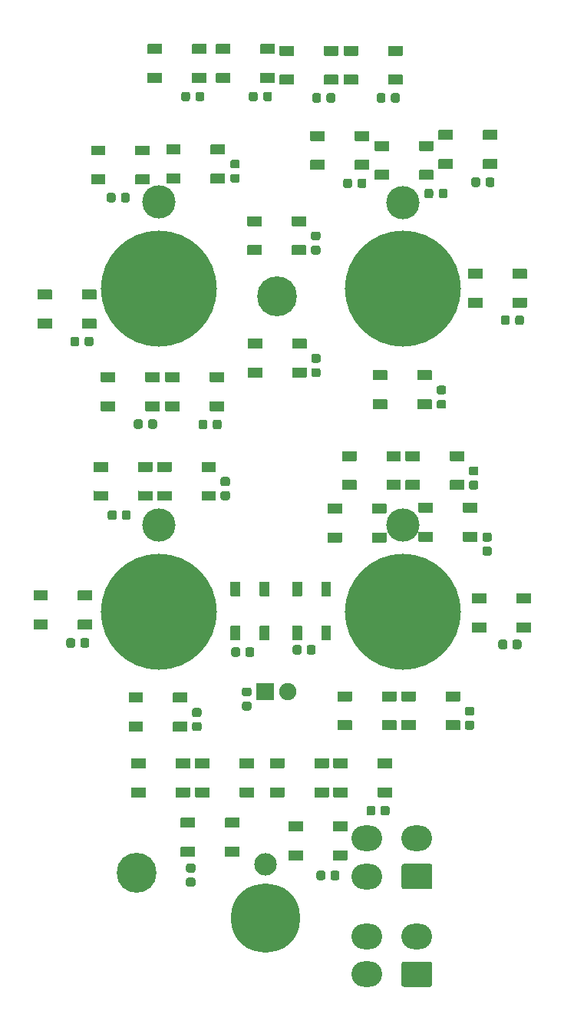
<source format=gbr>
%TF.GenerationSoftware,KiCad,Pcbnew,(5.1.10)-1*%
%TF.CreationDate,2021-11-16T18:51:37+11:00*%
%TF.ProjectId,SIM PWR PCB V3,53494d20-5057-4522-9050-43422056332e,rev?*%
%TF.SameCoordinates,Original*%
%TF.FileFunction,Soldermask,Top*%
%TF.FilePolarity,Negative*%
%FSLAX46Y46*%
G04 Gerber Fmt 4.6, Leading zero omitted, Abs format (unit mm)*
G04 Created by KiCad (PCBNEW (5.1.10)-1) date 2021-11-16 18:51:37*
%MOMM*%
%LPD*%
G01*
G04 APERTURE LIST*
%ADD10O,3.400000X2.800000*%
%ADD11C,7.640752*%
%ADD12C,2.481250*%
%ADD13C,12.800000*%
%ADD14C,3.672000*%
%ADD15C,4.400000*%
%ADD16C,1.900000*%
G04 APERTURE END LIST*
D10*
%TO.C,J2*%
X247350000Y-149560000D03*
X247350000Y-153760000D03*
X252850000Y-149560000D03*
G36*
G01*
X254290740Y-155160000D02*
X251409260Y-155160000D01*
G75*
G02*
X251150000Y-154900740I0J259260D01*
G01*
X251150000Y-152619260D01*
G75*
G02*
X251409260Y-152360000I259260J0D01*
G01*
X254290740Y-152360000D01*
G75*
G02*
X254550000Y-152619260I0J-259260D01*
G01*
X254550000Y-154900740D01*
G75*
G02*
X254290740Y-155160000I-259260J0D01*
G01*
G37*
%TD*%
%TO.C,J1*%
X247370000Y-138790000D03*
X247370000Y-142990000D03*
X252870000Y-138790000D03*
G36*
G01*
X254310740Y-144390000D02*
X251429260Y-144390000D01*
G75*
G02*
X251170000Y-144130740I0J259260D01*
G01*
X251170000Y-141849260D01*
G75*
G02*
X251429260Y-141590000I259260J0D01*
G01*
X254310740Y-141590000D01*
G75*
G02*
X254570000Y-141849260I0J-259260D01*
G01*
X254570000Y-144130740D01*
G75*
G02*
X254310740Y-144390000I-259260J0D01*
G01*
G37*
%TD*%
D11*
%TO.C,REF\u002A\u002A*%
X236200000Y-147600000D03*
D12*
X236200000Y-141600000D03*
D11*
X236200000Y-147600000D03*
%TD*%
D13*
%TO.C,REF\u002A\u002A*%
X224400000Y-113780000D03*
X224400000Y-113780000D03*
D14*
X224400000Y-104255000D03*
%TD*%
D13*
%TO.C,REF\u002A\u002A*%
X251280000Y-113770000D03*
X251280000Y-113770000D03*
D14*
X251280000Y-104245000D03*
%TD*%
D13*
%TO.C,REF\u002A\u002A*%
X224370000Y-78130000D03*
X224370000Y-78130000D03*
D14*
X224370000Y-68605000D03*
%TD*%
D13*
%TO.C,REF\u002A\u002A*%
X251280000Y-78170000D03*
X251280000Y-78170000D03*
D14*
X251280000Y-68645000D03*
%TD*%
D15*
%TO.C,H2*%
X221960000Y-142570000D03*
%TD*%
%TO.C,H1*%
X237460000Y-78970000D03*
%TD*%
%TO.C,C30*%
G36*
G01*
X243330000Y-143135000D02*
X243330000Y-142585000D01*
G75*
G02*
X243580000Y-142335000I250000J0D01*
G01*
X244080000Y-142335000D01*
G75*
G02*
X244330000Y-142585000I0J-250000D01*
G01*
X244330000Y-143135000D01*
G75*
G02*
X244080000Y-143385000I-250000J0D01*
G01*
X243580000Y-143385000D01*
G75*
G02*
X243330000Y-143135000I0J250000D01*
G01*
G37*
G36*
G01*
X241780000Y-143135000D02*
X241780000Y-142585000D01*
G75*
G02*
X242030000Y-142335000I250000J0D01*
G01*
X242530000Y-142335000D01*
G75*
G02*
X242780000Y-142585000I0J-250000D01*
G01*
X242780000Y-143135000D01*
G75*
G02*
X242530000Y-143385000I-250000J0D01*
G01*
X242030000Y-143385000D01*
G75*
G02*
X241780000Y-143135000I0J250000D01*
G01*
G37*
%TD*%
%TO.C,C29*%
G36*
G01*
X248850000Y-136000000D02*
X248850000Y-135450000D01*
G75*
G02*
X249100000Y-135200000I250000J0D01*
G01*
X249600000Y-135200000D01*
G75*
G02*
X249850000Y-135450000I0J-250000D01*
G01*
X249850000Y-136000000D01*
G75*
G02*
X249600000Y-136250000I-250000J0D01*
G01*
X249100000Y-136250000D01*
G75*
G02*
X248850000Y-136000000I0J250000D01*
G01*
G37*
G36*
G01*
X247300000Y-136000000D02*
X247300000Y-135450000D01*
G75*
G02*
X247550000Y-135200000I250000J0D01*
G01*
X248050000Y-135200000D01*
G75*
G02*
X248300000Y-135450000I0J-250000D01*
G01*
X248300000Y-136000000D01*
G75*
G02*
X248050000Y-136250000I-250000J0D01*
G01*
X247550000Y-136250000D01*
G75*
G02*
X247300000Y-136000000I0J250000D01*
G01*
G37*
%TD*%
%TO.C,C28*%
G36*
G01*
X228185000Y-142555000D02*
X227635000Y-142555000D01*
G75*
G02*
X227385000Y-142305000I0J250000D01*
G01*
X227385000Y-141805000D01*
G75*
G02*
X227635000Y-141555000I250000J0D01*
G01*
X228185000Y-141555000D01*
G75*
G02*
X228435000Y-141805000I0J-250000D01*
G01*
X228435000Y-142305000D01*
G75*
G02*
X228185000Y-142555000I-250000J0D01*
G01*
G37*
G36*
G01*
X228185000Y-144105000D02*
X227635000Y-144105000D01*
G75*
G02*
X227385000Y-143855000I0J250000D01*
G01*
X227385000Y-143355000D01*
G75*
G02*
X227635000Y-143105000I250000J0D01*
G01*
X228185000Y-143105000D01*
G75*
G02*
X228435000Y-143355000I0J-250000D01*
G01*
X228435000Y-143855000D01*
G75*
G02*
X228185000Y-144105000I-250000J0D01*
G01*
G37*
%TD*%
%TO.C,C27*%
G36*
G01*
X228300000Y-125950000D02*
X228850000Y-125950000D01*
G75*
G02*
X229100000Y-126200000I0J-250000D01*
G01*
X229100000Y-126700000D01*
G75*
G02*
X228850000Y-126950000I-250000J0D01*
G01*
X228300000Y-126950000D01*
G75*
G02*
X228050000Y-126700000I0J250000D01*
G01*
X228050000Y-126200000D01*
G75*
G02*
X228300000Y-125950000I250000J0D01*
G01*
G37*
G36*
G01*
X228300000Y-124400000D02*
X228850000Y-124400000D01*
G75*
G02*
X229100000Y-124650000I0J-250000D01*
G01*
X229100000Y-125150000D01*
G75*
G02*
X228850000Y-125400000I-250000J0D01*
G01*
X228300000Y-125400000D01*
G75*
G02*
X228050000Y-125150000I0J250000D01*
G01*
X228050000Y-124650000D01*
G75*
G02*
X228300000Y-124400000I250000J0D01*
G01*
G37*
%TD*%
%TO.C,C26*%
G36*
G01*
X215725000Y-117500000D02*
X215725000Y-116950000D01*
G75*
G02*
X215975000Y-116700000I250000J0D01*
G01*
X216475000Y-116700000D01*
G75*
G02*
X216725000Y-116950000I0J-250000D01*
G01*
X216725000Y-117500000D01*
G75*
G02*
X216475000Y-117750000I-250000J0D01*
G01*
X215975000Y-117750000D01*
G75*
G02*
X215725000Y-117500000I0J250000D01*
G01*
G37*
G36*
G01*
X214175000Y-117500000D02*
X214175000Y-116950000D01*
G75*
G02*
X214425000Y-116700000I250000J0D01*
G01*
X214925000Y-116700000D01*
G75*
G02*
X215175000Y-116950000I0J-250000D01*
G01*
X215175000Y-117500000D01*
G75*
G02*
X214925000Y-117750000I-250000J0D01*
G01*
X214425000Y-117750000D01*
G75*
G02*
X214175000Y-117500000I0J250000D01*
G01*
G37*
%TD*%
%TO.C,C25*%
G36*
G01*
X240150000Y-117700000D02*
X240150000Y-118250000D01*
G75*
G02*
X239900000Y-118500000I-250000J0D01*
G01*
X239400000Y-118500000D01*
G75*
G02*
X239150000Y-118250000I0J250000D01*
G01*
X239150000Y-117700000D01*
G75*
G02*
X239400000Y-117450000I250000J0D01*
G01*
X239900000Y-117450000D01*
G75*
G02*
X240150000Y-117700000I0J-250000D01*
G01*
G37*
G36*
G01*
X241700000Y-117700000D02*
X241700000Y-118250000D01*
G75*
G02*
X241450000Y-118500000I-250000J0D01*
G01*
X240950000Y-118500000D01*
G75*
G02*
X240700000Y-118250000I0J250000D01*
G01*
X240700000Y-117700000D01*
G75*
G02*
X240950000Y-117450000I250000J0D01*
G01*
X241450000Y-117450000D01*
G75*
G02*
X241700000Y-117700000I0J-250000D01*
G01*
G37*
%TD*%
%TO.C,C24*%
G36*
G01*
X233375000Y-117950000D02*
X233375000Y-118500000D01*
G75*
G02*
X233125000Y-118750000I-250000J0D01*
G01*
X232625000Y-118750000D01*
G75*
G02*
X232375000Y-118500000I0J250000D01*
G01*
X232375000Y-117950000D01*
G75*
G02*
X232625000Y-117700000I250000J0D01*
G01*
X233125000Y-117700000D01*
G75*
G02*
X233375000Y-117950000I0J-250000D01*
G01*
G37*
G36*
G01*
X234925000Y-117950000D02*
X234925000Y-118500000D01*
G75*
G02*
X234675000Y-118750000I-250000J0D01*
G01*
X234175000Y-118750000D01*
G75*
G02*
X233925000Y-118500000I0J250000D01*
G01*
X233925000Y-117950000D01*
G75*
G02*
X234175000Y-117700000I250000J0D01*
G01*
X234675000Y-117700000D01*
G75*
G02*
X234925000Y-117950000I0J-250000D01*
G01*
G37*
%TD*%
%TO.C,C23*%
G36*
G01*
X258400000Y-125800000D02*
X258950000Y-125800000D01*
G75*
G02*
X259200000Y-126050000I0J-250000D01*
G01*
X259200000Y-126550000D01*
G75*
G02*
X258950000Y-126800000I-250000J0D01*
G01*
X258400000Y-126800000D01*
G75*
G02*
X258150000Y-126550000I0J250000D01*
G01*
X258150000Y-126050000D01*
G75*
G02*
X258400000Y-125800000I250000J0D01*
G01*
G37*
G36*
G01*
X258400000Y-124250000D02*
X258950000Y-124250000D01*
G75*
G02*
X259200000Y-124500000I0J-250000D01*
G01*
X259200000Y-125000000D01*
G75*
G02*
X258950000Y-125250000I-250000J0D01*
G01*
X258400000Y-125250000D01*
G75*
G02*
X258150000Y-125000000I0J250000D01*
G01*
X258150000Y-124500000D01*
G75*
G02*
X258400000Y-124250000I250000J0D01*
G01*
G37*
%TD*%
%TO.C,C22*%
G36*
G01*
X263400000Y-117665000D02*
X263400000Y-117115000D01*
G75*
G02*
X263650000Y-116865000I250000J0D01*
G01*
X264150000Y-116865000D01*
G75*
G02*
X264400000Y-117115000I0J-250000D01*
G01*
X264400000Y-117665000D01*
G75*
G02*
X264150000Y-117915000I-250000J0D01*
G01*
X263650000Y-117915000D01*
G75*
G02*
X263400000Y-117665000I0J250000D01*
G01*
G37*
G36*
G01*
X261850000Y-117665000D02*
X261850000Y-117115000D01*
G75*
G02*
X262100000Y-116865000I250000J0D01*
G01*
X262600000Y-116865000D01*
G75*
G02*
X262850000Y-117115000I0J-250000D01*
G01*
X262850000Y-117665000D01*
G75*
G02*
X262600000Y-117915000I-250000J0D01*
G01*
X262100000Y-117915000D01*
G75*
G02*
X261850000Y-117665000I0J250000D01*
G01*
G37*
%TD*%
%TO.C,C21*%
G36*
G01*
X260885000Y-106040000D02*
X260335000Y-106040000D01*
G75*
G02*
X260085000Y-105790000I0J250000D01*
G01*
X260085000Y-105290000D01*
G75*
G02*
X260335000Y-105040000I250000J0D01*
G01*
X260885000Y-105040000D01*
G75*
G02*
X261135000Y-105290000I0J-250000D01*
G01*
X261135000Y-105790000D01*
G75*
G02*
X260885000Y-106040000I-250000J0D01*
G01*
G37*
G36*
G01*
X260885000Y-107590000D02*
X260335000Y-107590000D01*
G75*
G02*
X260085000Y-107340000I0J250000D01*
G01*
X260085000Y-106840000D01*
G75*
G02*
X260335000Y-106590000I250000J0D01*
G01*
X260885000Y-106590000D01*
G75*
G02*
X261135000Y-106840000I0J-250000D01*
G01*
X261135000Y-107340000D01*
G75*
G02*
X260885000Y-107590000I-250000J0D01*
G01*
G37*
%TD*%
%TO.C,C20*%
G36*
G01*
X258850000Y-99300000D02*
X259400000Y-99300000D01*
G75*
G02*
X259650000Y-99550000I0J-250000D01*
G01*
X259650000Y-100050000D01*
G75*
G02*
X259400000Y-100300000I-250000J0D01*
G01*
X258850000Y-100300000D01*
G75*
G02*
X258600000Y-100050000I0J250000D01*
G01*
X258600000Y-99550000D01*
G75*
G02*
X258850000Y-99300000I250000J0D01*
G01*
G37*
G36*
G01*
X258850000Y-97750000D02*
X259400000Y-97750000D01*
G75*
G02*
X259650000Y-98000000I0J-250000D01*
G01*
X259650000Y-98500000D01*
G75*
G02*
X259400000Y-98750000I-250000J0D01*
G01*
X258850000Y-98750000D01*
G75*
G02*
X258600000Y-98500000I0J250000D01*
G01*
X258600000Y-98000000D01*
G75*
G02*
X258850000Y-97750000I250000J0D01*
G01*
G37*
%TD*%
%TO.C,C19*%
G36*
G01*
X231450000Y-100475000D02*
X232000000Y-100475000D01*
G75*
G02*
X232250000Y-100725000I0J-250000D01*
G01*
X232250000Y-101225000D01*
G75*
G02*
X232000000Y-101475000I-250000J0D01*
G01*
X231450000Y-101475000D01*
G75*
G02*
X231200000Y-101225000I0J250000D01*
G01*
X231200000Y-100725000D01*
G75*
G02*
X231450000Y-100475000I250000J0D01*
G01*
G37*
G36*
G01*
X231450000Y-98925000D02*
X232000000Y-98925000D01*
G75*
G02*
X232250000Y-99175000I0J-250000D01*
G01*
X232250000Y-99675000D01*
G75*
G02*
X232000000Y-99925000I-250000J0D01*
G01*
X231450000Y-99925000D01*
G75*
G02*
X231200000Y-99675000I0J250000D01*
G01*
X231200000Y-99175000D01*
G75*
G02*
X231450000Y-98925000I250000J0D01*
G01*
G37*
%TD*%
%TO.C,C18*%
G36*
G01*
X220300000Y-103400000D02*
X220300000Y-102850000D01*
G75*
G02*
X220550000Y-102600000I250000J0D01*
G01*
X221050000Y-102600000D01*
G75*
G02*
X221300000Y-102850000I0J-250000D01*
G01*
X221300000Y-103400000D01*
G75*
G02*
X221050000Y-103650000I-250000J0D01*
G01*
X220550000Y-103650000D01*
G75*
G02*
X220300000Y-103400000I0J250000D01*
G01*
G37*
G36*
G01*
X218750000Y-103400000D02*
X218750000Y-102850000D01*
G75*
G02*
X219000000Y-102600000I250000J0D01*
G01*
X219500000Y-102600000D01*
G75*
G02*
X219750000Y-102850000I0J-250000D01*
G01*
X219750000Y-103400000D01*
G75*
G02*
X219500000Y-103650000I-250000J0D01*
G01*
X219000000Y-103650000D01*
G75*
G02*
X218750000Y-103400000I0J250000D01*
G01*
G37*
%TD*%
%TO.C,D35*%
G36*
G01*
X238700000Y-137950000D02*
X238700000Y-136950000D01*
G75*
G02*
X238750000Y-136900000I50000J0D01*
G01*
X240250000Y-136900000D01*
G75*
G02*
X240300000Y-136950000I0J-50000D01*
G01*
X240300000Y-137950000D01*
G75*
G02*
X240250000Y-138000000I-50000J0D01*
G01*
X238750000Y-138000000D01*
G75*
G02*
X238700000Y-137950000I0J50000D01*
G01*
G37*
G36*
G01*
X238700000Y-141150000D02*
X238700000Y-140150000D01*
G75*
G02*
X238750000Y-140100000I50000J0D01*
G01*
X240250000Y-140100000D01*
G75*
G02*
X240300000Y-140150000I0J-50000D01*
G01*
X240300000Y-141150000D01*
G75*
G02*
X240250000Y-141200000I-50000J0D01*
G01*
X238750000Y-141200000D01*
G75*
G02*
X238700000Y-141150000I0J50000D01*
G01*
G37*
G36*
G01*
X243600000Y-137950000D02*
X243600000Y-136950000D01*
G75*
G02*
X243650000Y-136900000I50000J0D01*
G01*
X245150000Y-136900000D01*
G75*
G02*
X245200000Y-136950000I0J-50000D01*
G01*
X245200000Y-137950000D01*
G75*
G02*
X245150000Y-138000000I-50000J0D01*
G01*
X243650000Y-138000000D01*
G75*
G02*
X243600000Y-137950000I0J50000D01*
G01*
G37*
G36*
G01*
X243600000Y-141150000D02*
X243600000Y-140150000D01*
G75*
G02*
X243650000Y-140100000I50000J0D01*
G01*
X245150000Y-140100000D01*
G75*
G02*
X245200000Y-140150000I0J-50000D01*
G01*
X245200000Y-141150000D01*
G75*
G02*
X245150000Y-141200000I-50000J0D01*
G01*
X243650000Y-141200000D01*
G75*
G02*
X243600000Y-141150000I0J50000D01*
G01*
G37*
%TD*%
%TO.C,D34*%
G36*
G01*
X243650000Y-131000000D02*
X243650000Y-130000000D01*
G75*
G02*
X243700000Y-129950000I50000J0D01*
G01*
X245200000Y-129950000D01*
G75*
G02*
X245250000Y-130000000I0J-50000D01*
G01*
X245250000Y-131000000D01*
G75*
G02*
X245200000Y-131050000I-50000J0D01*
G01*
X243700000Y-131050000D01*
G75*
G02*
X243650000Y-131000000I0J50000D01*
G01*
G37*
G36*
G01*
X243650000Y-134200000D02*
X243650000Y-133200000D01*
G75*
G02*
X243700000Y-133150000I50000J0D01*
G01*
X245200000Y-133150000D01*
G75*
G02*
X245250000Y-133200000I0J-50000D01*
G01*
X245250000Y-134200000D01*
G75*
G02*
X245200000Y-134250000I-50000J0D01*
G01*
X243700000Y-134250000D01*
G75*
G02*
X243650000Y-134200000I0J50000D01*
G01*
G37*
G36*
G01*
X248550000Y-131000000D02*
X248550000Y-130000000D01*
G75*
G02*
X248600000Y-129950000I50000J0D01*
G01*
X250100000Y-129950000D01*
G75*
G02*
X250150000Y-130000000I0J-50000D01*
G01*
X250150000Y-131000000D01*
G75*
G02*
X250100000Y-131050000I-50000J0D01*
G01*
X248600000Y-131050000D01*
G75*
G02*
X248550000Y-131000000I0J50000D01*
G01*
G37*
G36*
G01*
X248550000Y-134200000D02*
X248550000Y-133200000D01*
G75*
G02*
X248600000Y-133150000I50000J0D01*
G01*
X250100000Y-133150000D01*
G75*
G02*
X250150000Y-133200000I0J-50000D01*
G01*
X250150000Y-134200000D01*
G75*
G02*
X250100000Y-134250000I-50000J0D01*
G01*
X248600000Y-134250000D01*
G75*
G02*
X248550000Y-134200000I0J50000D01*
G01*
G37*
%TD*%
%TO.C,R1*%
G36*
G01*
X233809750Y-123703000D02*
X234372250Y-123703000D01*
G75*
G02*
X234616000Y-123946750I0J-243750D01*
G01*
X234616000Y-124434250D01*
G75*
G02*
X234372250Y-124678000I-243750J0D01*
G01*
X233809750Y-124678000D01*
G75*
G02*
X233566000Y-124434250I0J243750D01*
G01*
X233566000Y-123946750D01*
G75*
G02*
X233809750Y-123703000I243750J0D01*
G01*
G37*
G36*
G01*
X233809750Y-122128000D02*
X234372250Y-122128000D01*
G75*
G02*
X234616000Y-122371750I0J-243750D01*
G01*
X234616000Y-122859250D01*
G75*
G02*
X234372250Y-123103000I-243750J0D01*
G01*
X233809750Y-123103000D01*
G75*
G02*
X233566000Y-122859250I0J243750D01*
G01*
X233566000Y-122371750D01*
G75*
G02*
X233809750Y-122128000I243750J0D01*
G01*
G37*
%TD*%
%TO.C,C17*%
G36*
G01*
X223212000Y-93356250D02*
X223212000Y-92793750D01*
G75*
G02*
X223455750Y-92550000I243750J0D01*
G01*
X223943250Y-92550000D01*
G75*
G02*
X224187000Y-92793750I0J-243750D01*
G01*
X224187000Y-93356250D01*
G75*
G02*
X223943250Y-93600000I-243750J0D01*
G01*
X223455750Y-93600000D01*
G75*
G02*
X223212000Y-93356250I0J243750D01*
G01*
G37*
G36*
G01*
X221637000Y-93356250D02*
X221637000Y-92793750D01*
G75*
G02*
X221880750Y-92550000I243750J0D01*
G01*
X222368250Y-92550000D01*
G75*
G02*
X222612000Y-92793750I0J-243750D01*
G01*
X222612000Y-93356250D01*
G75*
G02*
X222368250Y-93600000I-243750J0D01*
G01*
X221880750Y-93600000D01*
G75*
G02*
X221637000Y-93356250I0J243750D01*
G01*
G37*
%TD*%
%TO.C,C16*%
G36*
G01*
X230338000Y-93406250D02*
X230338000Y-92843750D01*
G75*
G02*
X230581750Y-92600000I243750J0D01*
G01*
X231069250Y-92600000D01*
G75*
G02*
X231313000Y-92843750I0J-243750D01*
G01*
X231313000Y-93406250D01*
G75*
G02*
X231069250Y-93650000I-243750J0D01*
G01*
X230581750Y-93650000D01*
G75*
G02*
X230338000Y-93406250I0J243750D01*
G01*
G37*
G36*
G01*
X228763000Y-93406250D02*
X228763000Y-92843750D01*
G75*
G02*
X229006750Y-92600000I243750J0D01*
G01*
X229494250Y-92600000D01*
G75*
G02*
X229738000Y-92843750I0J-243750D01*
G01*
X229738000Y-93406250D01*
G75*
G02*
X229494250Y-93650000I-243750J0D01*
G01*
X229006750Y-93650000D01*
G75*
G02*
X228763000Y-93406250I0J243750D01*
G01*
G37*
%TD*%
%TO.C,C15*%
G36*
G01*
X255293750Y-90412500D02*
X255856250Y-90412500D01*
G75*
G02*
X256100000Y-90656250I0J-243750D01*
G01*
X256100000Y-91143750D01*
G75*
G02*
X255856250Y-91387500I-243750J0D01*
G01*
X255293750Y-91387500D01*
G75*
G02*
X255050000Y-91143750I0J243750D01*
G01*
X255050000Y-90656250D01*
G75*
G02*
X255293750Y-90412500I243750J0D01*
G01*
G37*
G36*
G01*
X255293750Y-88837500D02*
X255856250Y-88837500D01*
G75*
G02*
X256100000Y-89081250I0J-243750D01*
G01*
X256100000Y-89568750D01*
G75*
G02*
X255856250Y-89812500I-243750J0D01*
G01*
X255293750Y-89812500D01*
G75*
G02*
X255050000Y-89568750I0J243750D01*
G01*
X255050000Y-89081250D01*
G75*
G02*
X255293750Y-88837500I243750J0D01*
G01*
G37*
%TD*%
%TO.C,C14*%
G36*
G01*
X241443750Y-86912500D02*
X242006250Y-86912500D01*
G75*
G02*
X242250000Y-87156250I0J-243750D01*
G01*
X242250000Y-87643750D01*
G75*
G02*
X242006250Y-87887500I-243750J0D01*
G01*
X241443750Y-87887500D01*
G75*
G02*
X241200000Y-87643750I0J243750D01*
G01*
X241200000Y-87156250D01*
G75*
G02*
X241443750Y-86912500I243750J0D01*
G01*
G37*
G36*
G01*
X241443750Y-85337500D02*
X242006250Y-85337500D01*
G75*
G02*
X242250000Y-85581250I0J-243750D01*
G01*
X242250000Y-86068750D01*
G75*
G02*
X242006250Y-86312500I-243750J0D01*
G01*
X241443750Y-86312500D01*
G75*
G02*
X241200000Y-86068750I0J243750D01*
G01*
X241200000Y-85581250D01*
G75*
G02*
X241443750Y-85337500I243750J0D01*
G01*
G37*
%TD*%
%TO.C,C13*%
G36*
G01*
X263712000Y-81906250D02*
X263712000Y-81343750D01*
G75*
G02*
X263955750Y-81100000I243750J0D01*
G01*
X264443250Y-81100000D01*
G75*
G02*
X264687000Y-81343750I0J-243750D01*
G01*
X264687000Y-81906250D01*
G75*
G02*
X264443250Y-82150000I-243750J0D01*
G01*
X263955750Y-82150000D01*
G75*
G02*
X263712000Y-81906250I0J243750D01*
G01*
G37*
G36*
G01*
X262137000Y-81906250D02*
X262137000Y-81343750D01*
G75*
G02*
X262380750Y-81100000I243750J0D01*
G01*
X262868250Y-81100000D01*
G75*
G02*
X263112000Y-81343750I0J-243750D01*
G01*
X263112000Y-81906250D01*
G75*
G02*
X262868250Y-82150000I-243750J0D01*
G01*
X262380750Y-82150000D01*
G75*
G02*
X262137000Y-81906250I0J243750D01*
G01*
G37*
%TD*%
%TO.C,C12*%
G36*
G01*
X216212000Y-84256250D02*
X216212000Y-83693750D01*
G75*
G02*
X216455750Y-83450000I243750J0D01*
G01*
X216943250Y-83450000D01*
G75*
G02*
X217187000Y-83693750I0J-243750D01*
G01*
X217187000Y-84256250D01*
G75*
G02*
X216943250Y-84500000I-243750J0D01*
G01*
X216455750Y-84500000D01*
G75*
G02*
X216212000Y-84256250I0J243750D01*
G01*
G37*
G36*
G01*
X214637000Y-84256250D02*
X214637000Y-83693750D01*
G75*
G02*
X214880750Y-83450000I243750J0D01*
G01*
X215368250Y-83450000D01*
G75*
G02*
X215612000Y-83693750I0J-243750D01*
G01*
X215612000Y-84256250D01*
G75*
G02*
X215368250Y-84500000I-243750J0D01*
G01*
X214880750Y-84500000D01*
G75*
G02*
X214637000Y-84256250I0J243750D01*
G01*
G37*
%TD*%
%TO.C,C11*%
G36*
G01*
X260450000Y-66681250D02*
X260450000Y-66118750D01*
G75*
G02*
X260693750Y-65875000I243750J0D01*
G01*
X261181250Y-65875000D01*
G75*
G02*
X261425000Y-66118750I0J-243750D01*
G01*
X261425000Y-66681250D01*
G75*
G02*
X261181250Y-66925000I-243750J0D01*
G01*
X260693750Y-66925000D01*
G75*
G02*
X260450000Y-66681250I0J243750D01*
G01*
G37*
G36*
G01*
X258875000Y-66681250D02*
X258875000Y-66118750D01*
G75*
G02*
X259118750Y-65875000I243750J0D01*
G01*
X259606250Y-65875000D01*
G75*
G02*
X259850000Y-66118750I0J-243750D01*
G01*
X259850000Y-66681250D01*
G75*
G02*
X259606250Y-66925000I-243750J0D01*
G01*
X259118750Y-66925000D01*
G75*
G02*
X258875000Y-66681250I0J243750D01*
G01*
G37*
%TD*%
%TO.C,C10*%
G36*
G01*
X254662000Y-67368750D02*
X254662000Y-67931250D01*
G75*
G02*
X254418250Y-68175000I-243750J0D01*
G01*
X253930750Y-68175000D01*
G75*
G02*
X253687000Y-67931250I0J243750D01*
G01*
X253687000Y-67368750D01*
G75*
G02*
X253930750Y-67125000I243750J0D01*
G01*
X254418250Y-67125000D01*
G75*
G02*
X254662000Y-67368750I0J-243750D01*
G01*
G37*
G36*
G01*
X256237000Y-67368750D02*
X256237000Y-67931250D01*
G75*
G02*
X255993250Y-68175000I-243750J0D01*
G01*
X255505750Y-68175000D01*
G75*
G02*
X255262000Y-67931250I0J243750D01*
G01*
X255262000Y-67368750D01*
G75*
G02*
X255505750Y-67125000I243750J0D01*
G01*
X255993250Y-67125000D01*
G75*
G02*
X256237000Y-67368750I0J-243750D01*
G01*
G37*
%TD*%
%TO.C,C9*%
G36*
G01*
X246312000Y-66806250D02*
X246312000Y-66243750D01*
G75*
G02*
X246555750Y-66000000I243750J0D01*
G01*
X247043250Y-66000000D01*
G75*
G02*
X247287000Y-66243750I0J-243750D01*
G01*
X247287000Y-66806250D01*
G75*
G02*
X247043250Y-67050000I-243750J0D01*
G01*
X246555750Y-67050000D01*
G75*
G02*
X246312000Y-66806250I0J243750D01*
G01*
G37*
G36*
G01*
X244737000Y-66806250D02*
X244737000Y-66243750D01*
G75*
G02*
X244980750Y-66000000I243750J0D01*
G01*
X245468250Y-66000000D01*
G75*
G02*
X245712000Y-66243750I0J-243750D01*
G01*
X245712000Y-66806250D01*
G75*
G02*
X245468250Y-67050000I-243750J0D01*
G01*
X244980750Y-67050000D01*
G75*
G02*
X244737000Y-66806250I0J243750D01*
G01*
G37*
%TD*%
%TO.C,C8*%
G36*
G01*
X241418750Y-73412500D02*
X241981250Y-73412500D01*
G75*
G02*
X242225000Y-73656250I0J-243750D01*
G01*
X242225000Y-74143750D01*
G75*
G02*
X241981250Y-74387500I-243750J0D01*
G01*
X241418750Y-74387500D01*
G75*
G02*
X241175000Y-74143750I0J243750D01*
G01*
X241175000Y-73656250D01*
G75*
G02*
X241418750Y-73412500I243750J0D01*
G01*
G37*
G36*
G01*
X241418750Y-71837500D02*
X241981250Y-71837500D01*
G75*
G02*
X242225000Y-72081250I0J-243750D01*
G01*
X242225000Y-72568750D01*
G75*
G02*
X241981250Y-72812500I-243750J0D01*
G01*
X241418750Y-72812500D01*
G75*
G02*
X241175000Y-72568750I0J243750D01*
G01*
X241175000Y-72081250D01*
G75*
G02*
X241418750Y-71837500I243750J0D01*
G01*
G37*
%TD*%
%TO.C,C7*%
G36*
G01*
X232518750Y-65487500D02*
X233081250Y-65487500D01*
G75*
G02*
X233325000Y-65731250I0J-243750D01*
G01*
X233325000Y-66218750D01*
G75*
G02*
X233081250Y-66462500I-243750J0D01*
G01*
X232518750Y-66462500D01*
G75*
G02*
X232275000Y-66218750I0J243750D01*
G01*
X232275000Y-65731250D01*
G75*
G02*
X232518750Y-65487500I243750J0D01*
G01*
G37*
G36*
G01*
X232518750Y-63912500D02*
X233081250Y-63912500D01*
G75*
G02*
X233325000Y-64156250I0J-243750D01*
G01*
X233325000Y-64643750D01*
G75*
G02*
X233081250Y-64887500I-243750J0D01*
G01*
X232518750Y-64887500D01*
G75*
G02*
X232275000Y-64643750I0J243750D01*
G01*
X232275000Y-64156250D01*
G75*
G02*
X232518750Y-63912500I243750J0D01*
G01*
G37*
%TD*%
%TO.C,C6*%
G36*
G01*
X220212000Y-68381250D02*
X220212000Y-67818750D01*
G75*
G02*
X220455750Y-67575000I243750J0D01*
G01*
X220943250Y-67575000D01*
G75*
G02*
X221187000Y-67818750I0J-243750D01*
G01*
X221187000Y-68381250D01*
G75*
G02*
X220943250Y-68625000I-243750J0D01*
G01*
X220455750Y-68625000D01*
G75*
G02*
X220212000Y-68381250I0J243750D01*
G01*
G37*
G36*
G01*
X218637000Y-68381250D02*
X218637000Y-67818750D01*
G75*
G02*
X218880750Y-67575000I243750J0D01*
G01*
X219368250Y-67575000D01*
G75*
G02*
X219612000Y-67818750I0J-243750D01*
G01*
X219612000Y-68381250D01*
G75*
G02*
X219368250Y-68625000I-243750J0D01*
G01*
X218880750Y-68625000D01*
G75*
G02*
X218637000Y-68381250I0J243750D01*
G01*
G37*
%TD*%
%TO.C,C5*%
G36*
G01*
X250000000Y-57381250D02*
X250000000Y-56818750D01*
G75*
G02*
X250243750Y-56575000I243750J0D01*
G01*
X250731250Y-56575000D01*
G75*
G02*
X250975000Y-56818750I0J-243750D01*
G01*
X250975000Y-57381250D01*
G75*
G02*
X250731250Y-57625000I-243750J0D01*
G01*
X250243750Y-57625000D01*
G75*
G02*
X250000000Y-57381250I0J243750D01*
G01*
G37*
G36*
G01*
X248425000Y-57381250D02*
X248425000Y-56818750D01*
G75*
G02*
X248668750Y-56575000I243750J0D01*
G01*
X249156250Y-56575000D01*
G75*
G02*
X249400000Y-56818750I0J-243750D01*
G01*
X249400000Y-57381250D01*
G75*
G02*
X249156250Y-57625000I-243750J0D01*
G01*
X248668750Y-57625000D01*
G75*
G02*
X248425000Y-57381250I0J243750D01*
G01*
G37*
%TD*%
%TO.C,C4*%
G36*
G01*
X242888000Y-57381250D02*
X242888000Y-56818750D01*
G75*
G02*
X243131750Y-56575000I243750J0D01*
G01*
X243619250Y-56575000D01*
G75*
G02*
X243863000Y-56818750I0J-243750D01*
G01*
X243863000Y-57381250D01*
G75*
G02*
X243619250Y-57625000I-243750J0D01*
G01*
X243131750Y-57625000D01*
G75*
G02*
X242888000Y-57381250I0J243750D01*
G01*
G37*
G36*
G01*
X241313000Y-57381250D02*
X241313000Y-56818750D01*
G75*
G02*
X241556750Y-56575000I243750J0D01*
G01*
X242044250Y-56575000D01*
G75*
G02*
X242288000Y-56818750I0J-243750D01*
G01*
X242288000Y-57381250D01*
G75*
G02*
X242044250Y-57625000I-243750J0D01*
G01*
X241556750Y-57625000D01*
G75*
G02*
X241313000Y-57381250I0J243750D01*
G01*
G37*
%TD*%
%TO.C,C3*%
G36*
G01*
X235900000Y-57231250D02*
X235900000Y-56668750D01*
G75*
G02*
X236143750Y-56425000I243750J0D01*
G01*
X236631250Y-56425000D01*
G75*
G02*
X236875000Y-56668750I0J-243750D01*
G01*
X236875000Y-57231250D01*
G75*
G02*
X236631250Y-57475000I-243750J0D01*
G01*
X236143750Y-57475000D01*
G75*
G02*
X235900000Y-57231250I0J243750D01*
G01*
G37*
G36*
G01*
X234325000Y-57231250D02*
X234325000Y-56668750D01*
G75*
G02*
X234568750Y-56425000I243750J0D01*
G01*
X235056250Y-56425000D01*
G75*
G02*
X235300000Y-56668750I0J-243750D01*
G01*
X235300000Y-57231250D01*
G75*
G02*
X235056250Y-57475000I-243750J0D01*
G01*
X234568750Y-57475000D01*
G75*
G02*
X234325000Y-57231250I0J243750D01*
G01*
G37*
%TD*%
%TO.C,C2*%
G36*
G01*
X228438000Y-57231250D02*
X228438000Y-56668750D01*
G75*
G02*
X228681750Y-56425000I243750J0D01*
G01*
X229169250Y-56425000D01*
G75*
G02*
X229413000Y-56668750I0J-243750D01*
G01*
X229413000Y-57231250D01*
G75*
G02*
X229169250Y-57475000I-243750J0D01*
G01*
X228681750Y-57475000D01*
G75*
G02*
X228438000Y-57231250I0J243750D01*
G01*
G37*
G36*
G01*
X226863000Y-57231250D02*
X226863000Y-56668750D01*
G75*
G02*
X227106750Y-56425000I243750J0D01*
G01*
X227594250Y-56425000D01*
G75*
G02*
X227838000Y-56668750I0J-243750D01*
G01*
X227838000Y-57231250D01*
G75*
G02*
X227594250Y-57475000I-243750J0D01*
G01*
X227106750Y-57475000D01*
G75*
G02*
X226863000Y-57231250I0J243750D01*
G01*
G37*
%TD*%
%TO.C,D33*%
G36*
G01*
X236650000Y-131000000D02*
X236650000Y-130000000D01*
G75*
G02*
X236700000Y-129950000I50000J0D01*
G01*
X238200000Y-129950000D01*
G75*
G02*
X238250000Y-130000000I0J-50000D01*
G01*
X238250000Y-131000000D01*
G75*
G02*
X238200000Y-131050000I-50000J0D01*
G01*
X236700000Y-131050000D01*
G75*
G02*
X236650000Y-131000000I0J50000D01*
G01*
G37*
G36*
G01*
X236650000Y-134200000D02*
X236650000Y-133200000D01*
G75*
G02*
X236700000Y-133150000I50000J0D01*
G01*
X238200000Y-133150000D01*
G75*
G02*
X238250000Y-133200000I0J-50000D01*
G01*
X238250000Y-134200000D01*
G75*
G02*
X238200000Y-134250000I-50000J0D01*
G01*
X236700000Y-134250000D01*
G75*
G02*
X236650000Y-134200000I0J50000D01*
G01*
G37*
G36*
G01*
X241550000Y-131000000D02*
X241550000Y-130000000D01*
G75*
G02*
X241600000Y-129950000I50000J0D01*
G01*
X243100000Y-129950000D01*
G75*
G02*
X243150000Y-130000000I0J-50000D01*
G01*
X243150000Y-131000000D01*
G75*
G02*
X243100000Y-131050000I-50000J0D01*
G01*
X241600000Y-131050000D01*
G75*
G02*
X241550000Y-131000000I0J50000D01*
G01*
G37*
G36*
G01*
X241550000Y-134200000D02*
X241550000Y-133200000D01*
G75*
G02*
X241600000Y-133150000I50000J0D01*
G01*
X243100000Y-133150000D01*
G75*
G02*
X243150000Y-133200000I0J-50000D01*
G01*
X243150000Y-134200000D01*
G75*
G02*
X243100000Y-134250000I-50000J0D01*
G01*
X241600000Y-134250000D01*
G75*
G02*
X241550000Y-134200000I0J50000D01*
G01*
G37*
%TD*%
%TO.C,D32*%
G36*
G01*
X226800000Y-137550000D02*
X226800000Y-136550000D01*
G75*
G02*
X226850000Y-136500000I50000J0D01*
G01*
X228350000Y-136500000D01*
G75*
G02*
X228400000Y-136550000I0J-50000D01*
G01*
X228400000Y-137550000D01*
G75*
G02*
X228350000Y-137600000I-50000J0D01*
G01*
X226850000Y-137600000D01*
G75*
G02*
X226800000Y-137550000I0J50000D01*
G01*
G37*
G36*
G01*
X226800000Y-140750000D02*
X226800000Y-139750000D01*
G75*
G02*
X226850000Y-139700000I50000J0D01*
G01*
X228350000Y-139700000D01*
G75*
G02*
X228400000Y-139750000I0J-50000D01*
G01*
X228400000Y-140750000D01*
G75*
G02*
X228350000Y-140800000I-50000J0D01*
G01*
X226850000Y-140800000D01*
G75*
G02*
X226800000Y-140750000I0J50000D01*
G01*
G37*
G36*
G01*
X231700000Y-137550000D02*
X231700000Y-136550000D01*
G75*
G02*
X231750000Y-136500000I50000J0D01*
G01*
X233250000Y-136500000D01*
G75*
G02*
X233300000Y-136550000I0J-50000D01*
G01*
X233300000Y-137550000D01*
G75*
G02*
X233250000Y-137600000I-50000J0D01*
G01*
X231750000Y-137600000D01*
G75*
G02*
X231700000Y-137550000I0J50000D01*
G01*
G37*
G36*
G01*
X231700000Y-140750000D02*
X231700000Y-139750000D01*
G75*
G02*
X231750000Y-139700000I50000J0D01*
G01*
X233250000Y-139700000D01*
G75*
G02*
X233300000Y-139750000I0J-50000D01*
G01*
X233300000Y-140750000D01*
G75*
G02*
X233250000Y-140800000I-50000J0D01*
G01*
X231750000Y-140800000D01*
G75*
G02*
X231700000Y-140750000I0J50000D01*
G01*
G37*
%TD*%
%TO.C,D31*%
G36*
G01*
X228400000Y-131000000D02*
X228400000Y-130000000D01*
G75*
G02*
X228450000Y-129950000I50000J0D01*
G01*
X229950000Y-129950000D01*
G75*
G02*
X230000000Y-130000000I0J-50000D01*
G01*
X230000000Y-131000000D01*
G75*
G02*
X229950000Y-131050000I-50000J0D01*
G01*
X228450000Y-131050000D01*
G75*
G02*
X228400000Y-131000000I0J50000D01*
G01*
G37*
G36*
G01*
X228400000Y-134200000D02*
X228400000Y-133200000D01*
G75*
G02*
X228450000Y-133150000I50000J0D01*
G01*
X229950000Y-133150000D01*
G75*
G02*
X230000000Y-133200000I0J-50000D01*
G01*
X230000000Y-134200000D01*
G75*
G02*
X229950000Y-134250000I-50000J0D01*
G01*
X228450000Y-134250000D01*
G75*
G02*
X228400000Y-134200000I0J50000D01*
G01*
G37*
G36*
G01*
X233300000Y-131000000D02*
X233300000Y-130000000D01*
G75*
G02*
X233350000Y-129950000I50000J0D01*
G01*
X234850000Y-129950000D01*
G75*
G02*
X234900000Y-130000000I0J-50000D01*
G01*
X234900000Y-131000000D01*
G75*
G02*
X234850000Y-131050000I-50000J0D01*
G01*
X233350000Y-131050000D01*
G75*
G02*
X233300000Y-131000000I0J50000D01*
G01*
G37*
G36*
G01*
X233300000Y-134200000D02*
X233300000Y-133200000D01*
G75*
G02*
X233350000Y-133150000I50000J0D01*
G01*
X234850000Y-133150000D01*
G75*
G02*
X234900000Y-133200000I0J-50000D01*
G01*
X234900000Y-134200000D01*
G75*
G02*
X234850000Y-134250000I-50000J0D01*
G01*
X233350000Y-134250000D01*
G75*
G02*
X233300000Y-134200000I0J50000D01*
G01*
G37*
%TD*%
%TO.C,D30*%
G36*
G01*
X221350000Y-131000000D02*
X221350000Y-130000000D01*
G75*
G02*
X221400000Y-129950000I50000J0D01*
G01*
X222900000Y-129950000D01*
G75*
G02*
X222950000Y-130000000I0J-50000D01*
G01*
X222950000Y-131000000D01*
G75*
G02*
X222900000Y-131050000I-50000J0D01*
G01*
X221400000Y-131050000D01*
G75*
G02*
X221350000Y-131000000I0J50000D01*
G01*
G37*
G36*
G01*
X221350000Y-134200000D02*
X221350000Y-133200000D01*
G75*
G02*
X221400000Y-133150000I50000J0D01*
G01*
X222900000Y-133150000D01*
G75*
G02*
X222950000Y-133200000I0J-50000D01*
G01*
X222950000Y-134200000D01*
G75*
G02*
X222900000Y-134250000I-50000J0D01*
G01*
X221400000Y-134250000D01*
G75*
G02*
X221350000Y-134200000I0J50000D01*
G01*
G37*
G36*
G01*
X226250000Y-131000000D02*
X226250000Y-130000000D01*
G75*
G02*
X226300000Y-129950000I50000J0D01*
G01*
X227800000Y-129950000D01*
G75*
G02*
X227850000Y-130000000I0J-50000D01*
G01*
X227850000Y-131000000D01*
G75*
G02*
X227800000Y-131050000I-50000J0D01*
G01*
X226300000Y-131050000D01*
G75*
G02*
X226250000Y-131000000I0J50000D01*
G01*
G37*
G36*
G01*
X226250000Y-134200000D02*
X226250000Y-133200000D01*
G75*
G02*
X226300000Y-133150000I50000J0D01*
G01*
X227800000Y-133150000D01*
G75*
G02*
X227850000Y-133200000I0J-50000D01*
G01*
X227850000Y-134200000D01*
G75*
G02*
X227800000Y-134250000I-50000J0D01*
G01*
X226300000Y-134250000D01*
G75*
G02*
X226250000Y-134200000I0J50000D01*
G01*
G37*
%TD*%
%TO.C,D29*%
G36*
G01*
X210550000Y-112500000D02*
X210550000Y-111500000D01*
G75*
G02*
X210600000Y-111450000I50000J0D01*
G01*
X212100000Y-111450000D01*
G75*
G02*
X212150000Y-111500000I0J-50000D01*
G01*
X212150000Y-112500000D01*
G75*
G02*
X212100000Y-112550000I-50000J0D01*
G01*
X210600000Y-112550000D01*
G75*
G02*
X210550000Y-112500000I0J50000D01*
G01*
G37*
G36*
G01*
X210550000Y-115700000D02*
X210550000Y-114700000D01*
G75*
G02*
X210600000Y-114650000I50000J0D01*
G01*
X212100000Y-114650000D01*
G75*
G02*
X212150000Y-114700000I0J-50000D01*
G01*
X212150000Y-115700000D01*
G75*
G02*
X212100000Y-115750000I-50000J0D01*
G01*
X210600000Y-115750000D01*
G75*
G02*
X210550000Y-115700000I0J50000D01*
G01*
G37*
G36*
G01*
X215450000Y-112500000D02*
X215450000Y-111500000D01*
G75*
G02*
X215500000Y-111450000I50000J0D01*
G01*
X217000000Y-111450000D01*
G75*
G02*
X217050000Y-111500000I0J-50000D01*
G01*
X217050000Y-112500000D01*
G75*
G02*
X217000000Y-112550000I-50000J0D01*
G01*
X215500000Y-112550000D01*
G75*
G02*
X215450000Y-112500000I0J50000D01*
G01*
G37*
G36*
G01*
X215450000Y-115700000D02*
X215450000Y-114700000D01*
G75*
G02*
X215500000Y-114650000I50000J0D01*
G01*
X217000000Y-114650000D01*
G75*
G02*
X217050000Y-114700000I0J-50000D01*
G01*
X217050000Y-115700000D01*
G75*
G02*
X217000000Y-115750000I-50000J0D01*
G01*
X215500000Y-115750000D01*
G75*
G02*
X215450000Y-115700000I0J50000D01*
G01*
G37*
%TD*%
%TO.C,D28*%
G36*
G01*
X221050000Y-123750000D02*
X221050000Y-122750000D01*
G75*
G02*
X221100000Y-122700000I50000J0D01*
G01*
X222600000Y-122700000D01*
G75*
G02*
X222650000Y-122750000I0J-50000D01*
G01*
X222650000Y-123750000D01*
G75*
G02*
X222600000Y-123800000I-50000J0D01*
G01*
X221100000Y-123800000D01*
G75*
G02*
X221050000Y-123750000I0J50000D01*
G01*
G37*
G36*
G01*
X221050000Y-126950000D02*
X221050000Y-125950000D01*
G75*
G02*
X221100000Y-125900000I50000J0D01*
G01*
X222600000Y-125900000D01*
G75*
G02*
X222650000Y-125950000I0J-50000D01*
G01*
X222650000Y-126950000D01*
G75*
G02*
X222600000Y-127000000I-50000J0D01*
G01*
X221100000Y-127000000D01*
G75*
G02*
X221050000Y-126950000I0J50000D01*
G01*
G37*
G36*
G01*
X225950000Y-123750000D02*
X225950000Y-122750000D01*
G75*
G02*
X226000000Y-122700000I50000J0D01*
G01*
X227500000Y-122700000D01*
G75*
G02*
X227550000Y-122750000I0J-50000D01*
G01*
X227550000Y-123750000D01*
G75*
G02*
X227500000Y-123800000I-50000J0D01*
G01*
X226000000Y-123800000D01*
G75*
G02*
X225950000Y-123750000I0J50000D01*
G01*
G37*
G36*
G01*
X225950000Y-126950000D02*
X225950000Y-125950000D01*
G75*
G02*
X226000000Y-125900000I50000J0D01*
G01*
X227500000Y-125900000D01*
G75*
G02*
X227550000Y-125950000I0J-50000D01*
G01*
X227550000Y-126950000D01*
G75*
G02*
X227500000Y-127000000I-50000J0D01*
G01*
X226000000Y-127000000D01*
G75*
G02*
X225950000Y-126950000I0J50000D01*
G01*
G37*
%TD*%
%TO.C,D27*%
G36*
G01*
X235550000Y-110450000D02*
X236550000Y-110450000D01*
G75*
G02*
X236600000Y-110500000I0J-50000D01*
G01*
X236600000Y-112000000D01*
G75*
G02*
X236550000Y-112050000I-50000J0D01*
G01*
X235550000Y-112050000D01*
G75*
G02*
X235500000Y-112000000I0J50000D01*
G01*
X235500000Y-110500000D01*
G75*
G02*
X235550000Y-110450000I50000J0D01*
G01*
G37*
G36*
G01*
X232350000Y-110450000D02*
X233350000Y-110450000D01*
G75*
G02*
X233400000Y-110500000I0J-50000D01*
G01*
X233400000Y-112000000D01*
G75*
G02*
X233350000Y-112050000I-50000J0D01*
G01*
X232350000Y-112050000D01*
G75*
G02*
X232300000Y-112000000I0J50000D01*
G01*
X232300000Y-110500000D01*
G75*
G02*
X232350000Y-110450000I50000J0D01*
G01*
G37*
G36*
G01*
X235550000Y-115350000D02*
X236550000Y-115350000D01*
G75*
G02*
X236600000Y-115400000I0J-50000D01*
G01*
X236600000Y-116900000D01*
G75*
G02*
X236550000Y-116950000I-50000J0D01*
G01*
X235550000Y-116950000D01*
G75*
G02*
X235500000Y-116900000I0J50000D01*
G01*
X235500000Y-115400000D01*
G75*
G02*
X235550000Y-115350000I50000J0D01*
G01*
G37*
G36*
G01*
X232350000Y-115350000D02*
X233350000Y-115350000D01*
G75*
G02*
X233400000Y-115400000I0J-50000D01*
G01*
X233400000Y-116900000D01*
G75*
G02*
X233350000Y-116950000I-50000J0D01*
G01*
X232350000Y-116950000D01*
G75*
G02*
X232300000Y-116900000I0J50000D01*
G01*
X232300000Y-115400000D01*
G75*
G02*
X232350000Y-115350000I50000J0D01*
G01*
G37*
%TD*%
%TO.C,D26*%
G36*
G01*
X242350000Y-110450000D02*
X243350000Y-110450000D01*
G75*
G02*
X243400000Y-110500000I0J-50000D01*
G01*
X243400000Y-112000000D01*
G75*
G02*
X243350000Y-112050000I-50000J0D01*
G01*
X242350000Y-112050000D01*
G75*
G02*
X242300000Y-112000000I0J50000D01*
G01*
X242300000Y-110500000D01*
G75*
G02*
X242350000Y-110450000I50000J0D01*
G01*
G37*
G36*
G01*
X239150000Y-110450000D02*
X240150000Y-110450000D01*
G75*
G02*
X240200000Y-110500000I0J-50000D01*
G01*
X240200000Y-112000000D01*
G75*
G02*
X240150000Y-112050000I-50000J0D01*
G01*
X239150000Y-112050000D01*
G75*
G02*
X239100000Y-112000000I0J50000D01*
G01*
X239100000Y-110500000D01*
G75*
G02*
X239150000Y-110450000I50000J0D01*
G01*
G37*
G36*
G01*
X242350000Y-115350000D02*
X243350000Y-115350000D01*
G75*
G02*
X243400000Y-115400000I0J-50000D01*
G01*
X243400000Y-116900000D01*
G75*
G02*
X243350000Y-116950000I-50000J0D01*
G01*
X242350000Y-116950000D01*
G75*
G02*
X242300000Y-116900000I0J50000D01*
G01*
X242300000Y-115400000D01*
G75*
G02*
X242350000Y-115350000I50000J0D01*
G01*
G37*
G36*
G01*
X239150000Y-115350000D02*
X240150000Y-115350000D01*
G75*
G02*
X240200000Y-115400000I0J-50000D01*
G01*
X240200000Y-116900000D01*
G75*
G02*
X240150000Y-116950000I-50000J0D01*
G01*
X239150000Y-116950000D01*
G75*
G02*
X239100000Y-116900000I0J50000D01*
G01*
X239100000Y-115400000D01*
G75*
G02*
X239150000Y-115350000I50000J0D01*
G01*
G37*
%TD*%
%TO.C,D25*%
G36*
G01*
X244100000Y-123600000D02*
X244100000Y-122600000D01*
G75*
G02*
X244150000Y-122550000I50000J0D01*
G01*
X245650000Y-122550000D01*
G75*
G02*
X245700000Y-122600000I0J-50000D01*
G01*
X245700000Y-123600000D01*
G75*
G02*
X245650000Y-123650000I-50000J0D01*
G01*
X244150000Y-123650000D01*
G75*
G02*
X244100000Y-123600000I0J50000D01*
G01*
G37*
G36*
G01*
X244100000Y-126800000D02*
X244100000Y-125800000D01*
G75*
G02*
X244150000Y-125750000I50000J0D01*
G01*
X245650000Y-125750000D01*
G75*
G02*
X245700000Y-125800000I0J-50000D01*
G01*
X245700000Y-126800000D01*
G75*
G02*
X245650000Y-126850000I-50000J0D01*
G01*
X244150000Y-126850000D01*
G75*
G02*
X244100000Y-126800000I0J50000D01*
G01*
G37*
G36*
G01*
X249000000Y-123600000D02*
X249000000Y-122600000D01*
G75*
G02*
X249050000Y-122550000I50000J0D01*
G01*
X250550000Y-122550000D01*
G75*
G02*
X250600000Y-122600000I0J-50000D01*
G01*
X250600000Y-123600000D01*
G75*
G02*
X250550000Y-123650000I-50000J0D01*
G01*
X249050000Y-123650000D01*
G75*
G02*
X249000000Y-123600000I0J50000D01*
G01*
G37*
G36*
G01*
X249000000Y-126800000D02*
X249000000Y-125800000D01*
G75*
G02*
X249050000Y-125750000I50000J0D01*
G01*
X250550000Y-125750000D01*
G75*
G02*
X250600000Y-125800000I0J-50000D01*
G01*
X250600000Y-126800000D01*
G75*
G02*
X250550000Y-126850000I-50000J0D01*
G01*
X249050000Y-126850000D01*
G75*
G02*
X249000000Y-126800000I0J50000D01*
G01*
G37*
%TD*%
%TO.C,D24*%
G36*
G01*
X251150000Y-123600000D02*
X251150000Y-122600000D01*
G75*
G02*
X251200000Y-122550000I50000J0D01*
G01*
X252700000Y-122550000D01*
G75*
G02*
X252750000Y-122600000I0J-50000D01*
G01*
X252750000Y-123600000D01*
G75*
G02*
X252700000Y-123650000I-50000J0D01*
G01*
X251200000Y-123650000D01*
G75*
G02*
X251150000Y-123600000I0J50000D01*
G01*
G37*
G36*
G01*
X251150000Y-126800000D02*
X251150000Y-125800000D01*
G75*
G02*
X251200000Y-125750000I50000J0D01*
G01*
X252700000Y-125750000D01*
G75*
G02*
X252750000Y-125800000I0J-50000D01*
G01*
X252750000Y-126800000D01*
G75*
G02*
X252700000Y-126850000I-50000J0D01*
G01*
X251200000Y-126850000D01*
G75*
G02*
X251150000Y-126800000I0J50000D01*
G01*
G37*
G36*
G01*
X256050000Y-123600000D02*
X256050000Y-122600000D01*
G75*
G02*
X256100000Y-122550000I50000J0D01*
G01*
X257600000Y-122550000D01*
G75*
G02*
X257650000Y-122600000I0J-50000D01*
G01*
X257650000Y-123600000D01*
G75*
G02*
X257600000Y-123650000I-50000J0D01*
G01*
X256100000Y-123650000D01*
G75*
G02*
X256050000Y-123600000I0J50000D01*
G01*
G37*
G36*
G01*
X256050000Y-126800000D02*
X256050000Y-125800000D01*
G75*
G02*
X256100000Y-125750000I50000J0D01*
G01*
X257600000Y-125750000D01*
G75*
G02*
X257650000Y-125800000I0J-50000D01*
G01*
X257650000Y-126800000D01*
G75*
G02*
X257600000Y-126850000I-50000J0D01*
G01*
X256100000Y-126850000D01*
G75*
G02*
X256050000Y-126800000I0J50000D01*
G01*
G37*
%TD*%
%TO.C,D23*%
G36*
G01*
X258950000Y-112800000D02*
X258950000Y-111800000D01*
G75*
G02*
X259000000Y-111750000I50000J0D01*
G01*
X260500000Y-111750000D01*
G75*
G02*
X260550000Y-111800000I0J-50000D01*
G01*
X260550000Y-112800000D01*
G75*
G02*
X260500000Y-112850000I-50000J0D01*
G01*
X259000000Y-112850000D01*
G75*
G02*
X258950000Y-112800000I0J50000D01*
G01*
G37*
G36*
G01*
X258950000Y-116000000D02*
X258950000Y-115000000D01*
G75*
G02*
X259000000Y-114950000I50000J0D01*
G01*
X260500000Y-114950000D01*
G75*
G02*
X260550000Y-115000000I0J-50000D01*
G01*
X260550000Y-116000000D01*
G75*
G02*
X260500000Y-116050000I-50000J0D01*
G01*
X259000000Y-116050000D01*
G75*
G02*
X258950000Y-116000000I0J50000D01*
G01*
G37*
G36*
G01*
X263850000Y-112800000D02*
X263850000Y-111800000D01*
G75*
G02*
X263900000Y-111750000I50000J0D01*
G01*
X265400000Y-111750000D01*
G75*
G02*
X265450000Y-111800000I0J-50000D01*
G01*
X265450000Y-112800000D01*
G75*
G02*
X265400000Y-112850000I-50000J0D01*
G01*
X263900000Y-112850000D01*
G75*
G02*
X263850000Y-112800000I0J50000D01*
G01*
G37*
G36*
G01*
X263850000Y-116000000D02*
X263850000Y-115000000D01*
G75*
G02*
X263900000Y-114950000I50000J0D01*
G01*
X265400000Y-114950000D01*
G75*
G02*
X265450000Y-115000000I0J-50000D01*
G01*
X265450000Y-116000000D01*
G75*
G02*
X265400000Y-116050000I-50000J0D01*
G01*
X263900000Y-116050000D01*
G75*
G02*
X263850000Y-116000000I0J50000D01*
G01*
G37*
%TD*%
%TO.C,D22*%
G36*
G01*
X253050000Y-102800000D02*
X253050000Y-101800000D01*
G75*
G02*
X253100000Y-101750000I50000J0D01*
G01*
X254600000Y-101750000D01*
G75*
G02*
X254650000Y-101800000I0J-50000D01*
G01*
X254650000Y-102800000D01*
G75*
G02*
X254600000Y-102850000I-50000J0D01*
G01*
X253100000Y-102850000D01*
G75*
G02*
X253050000Y-102800000I0J50000D01*
G01*
G37*
G36*
G01*
X253050000Y-106000000D02*
X253050000Y-105000000D01*
G75*
G02*
X253100000Y-104950000I50000J0D01*
G01*
X254600000Y-104950000D01*
G75*
G02*
X254650000Y-105000000I0J-50000D01*
G01*
X254650000Y-106000000D01*
G75*
G02*
X254600000Y-106050000I-50000J0D01*
G01*
X253100000Y-106050000D01*
G75*
G02*
X253050000Y-106000000I0J50000D01*
G01*
G37*
G36*
G01*
X257950000Y-102800000D02*
X257950000Y-101800000D01*
G75*
G02*
X258000000Y-101750000I50000J0D01*
G01*
X259500000Y-101750000D01*
G75*
G02*
X259550000Y-101800000I0J-50000D01*
G01*
X259550000Y-102800000D01*
G75*
G02*
X259500000Y-102850000I-50000J0D01*
G01*
X258000000Y-102850000D01*
G75*
G02*
X257950000Y-102800000I0J50000D01*
G01*
G37*
G36*
G01*
X257950000Y-106000000D02*
X257950000Y-105000000D01*
G75*
G02*
X258000000Y-104950000I50000J0D01*
G01*
X259500000Y-104950000D01*
G75*
G02*
X259550000Y-105000000I0J-50000D01*
G01*
X259550000Y-106000000D01*
G75*
G02*
X259500000Y-106050000I-50000J0D01*
G01*
X258000000Y-106050000D01*
G75*
G02*
X257950000Y-106000000I0J50000D01*
G01*
G37*
%TD*%
%TO.C,D21*%
G36*
G01*
X243000000Y-102900000D02*
X243000000Y-101900000D01*
G75*
G02*
X243050000Y-101850000I50000J0D01*
G01*
X244550000Y-101850000D01*
G75*
G02*
X244600000Y-101900000I0J-50000D01*
G01*
X244600000Y-102900000D01*
G75*
G02*
X244550000Y-102950000I-50000J0D01*
G01*
X243050000Y-102950000D01*
G75*
G02*
X243000000Y-102900000I0J50000D01*
G01*
G37*
G36*
G01*
X243000000Y-106100000D02*
X243000000Y-105100000D01*
G75*
G02*
X243050000Y-105050000I50000J0D01*
G01*
X244550000Y-105050000D01*
G75*
G02*
X244600000Y-105100000I0J-50000D01*
G01*
X244600000Y-106100000D01*
G75*
G02*
X244550000Y-106150000I-50000J0D01*
G01*
X243050000Y-106150000D01*
G75*
G02*
X243000000Y-106100000I0J50000D01*
G01*
G37*
G36*
G01*
X247900000Y-102900000D02*
X247900000Y-101900000D01*
G75*
G02*
X247950000Y-101850000I50000J0D01*
G01*
X249450000Y-101850000D01*
G75*
G02*
X249500000Y-101900000I0J-50000D01*
G01*
X249500000Y-102900000D01*
G75*
G02*
X249450000Y-102950000I-50000J0D01*
G01*
X247950000Y-102950000D01*
G75*
G02*
X247900000Y-102900000I0J50000D01*
G01*
G37*
G36*
G01*
X247900000Y-106100000D02*
X247900000Y-105100000D01*
G75*
G02*
X247950000Y-105050000I50000J0D01*
G01*
X249450000Y-105050000D01*
G75*
G02*
X249500000Y-105100000I0J-50000D01*
G01*
X249500000Y-106100000D01*
G75*
G02*
X249450000Y-106150000I-50000J0D01*
G01*
X247950000Y-106150000D01*
G75*
G02*
X247900000Y-106100000I0J50000D01*
G01*
G37*
%TD*%
%TO.C,D20*%
G36*
G01*
X251600000Y-97100000D02*
X251600000Y-96100000D01*
G75*
G02*
X251650000Y-96050000I50000J0D01*
G01*
X253150000Y-96050000D01*
G75*
G02*
X253200000Y-96100000I0J-50000D01*
G01*
X253200000Y-97100000D01*
G75*
G02*
X253150000Y-97150000I-50000J0D01*
G01*
X251650000Y-97150000D01*
G75*
G02*
X251600000Y-97100000I0J50000D01*
G01*
G37*
G36*
G01*
X251600000Y-100300000D02*
X251600000Y-99300000D01*
G75*
G02*
X251650000Y-99250000I50000J0D01*
G01*
X253150000Y-99250000D01*
G75*
G02*
X253200000Y-99300000I0J-50000D01*
G01*
X253200000Y-100300000D01*
G75*
G02*
X253150000Y-100350000I-50000J0D01*
G01*
X251650000Y-100350000D01*
G75*
G02*
X251600000Y-100300000I0J50000D01*
G01*
G37*
G36*
G01*
X256500000Y-97100000D02*
X256500000Y-96100000D01*
G75*
G02*
X256550000Y-96050000I50000J0D01*
G01*
X258050000Y-96050000D01*
G75*
G02*
X258100000Y-96100000I0J-50000D01*
G01*
X258100000Y-97100000D01*
G75*
G02*
X258050000Y-97150000I-50000J0D01*
G01*
X256550000Y-97150000D01*
G75*
G02*
X256500000Y-97100000I0J50000D01*
G01*
G37*
G36*
G01*
X256500000Y-100300000D02*
X256500000Y-99300000D01*
G75*
G02*
X256550000Y-99250000I50000J0D01*
G01*
X258050000Y-99250000D01*
G75*
G02*
X258100000Y-99300000I0J-50000D01*
G01*
X258100000Y-100300000D01*
G75*
G02*
X258050000Y-100350000I-50000J0D01*
G01*
X256550000Y-100350000D01*
G75*
G02*
X256500000Y-100300000I0J50000D01*
G01*
G37*
%TD*%
%TO.C,D19*%
G36*
G01*
X244600000Y-97100000D02*
X244600000Y-96100000D01*
G75*
G02*
X244650000Y-96050000I50000J0D01*
G01*
X246150000Y-96050000D01*
G75*
G02*
X246200000Y-96100000I0J-50000D01*
G01*
X246200000Y-97100000D01*
G75*
G02*
X246150000Y-97150000I-50000J0D01*
G01*
X244650000Y-97150000D01*
G75*
G02*
X244600000Y-97100000I0J50000D01*
G01*
G37*
G36*
G01*
X244600000Y-100300000D02*
X244600000Y-99300000D01*
G75*
G02*
X244650000Y-99250000I50000J0D01*
G01*
X246150000Y-99250000D01*
G75*
G02*
X246200000Y-99300000I0J-50000D01*
G01*
X246200000Y-100300000D01*
G75*
G02*
X246150000Y-100350000I-50000J0D01*
G01*
X244650000Y-100350000D01*
G75*
G02*
X244600000Y-100300000I0J50000D01*
G01*
G37*
G36*
G01*
X249500000Y-97100000D02*
X249500000Y-96100000D01*
G75*
G02*
X249550000Y-96050000I50000J0D01*
G01*
X251050000Y-96050000D01*
G75*
G02*
X251100000Y-96100000I0J-50000D01*
G01*
X251100000Y-97100000D01*
G75*
G02*
X251050000Y-97150000I-50000J0D01*
G01*
X249550000Y-97150000D01*
G75*
G02*
X249500000Y-97100000I0J50000D01*
G01*
G37*
G36*
G01*
X249500000Y-100300000D02*
X249500000Y-99300000D01*
G75*
G02*
X249550000Y-99250000I50000J0D01*
G01*
X251050000Y-99250000D01*
G75*
G02*
X251100000Y-99300000I0J-50000D01*
G01*
X251100000Y-100300000D01*
G75*
G02*
X251050000Y-100350000I-50000J0D01*
G01*
X249550000Y-100350000D01*
G75*
G02*
X249500000Y-100300000I0J50000D01*
G01*
G37*
%TD*%
%TO.C,D18*%
G36*
G01*
X224200000Y-98300000D02*
X224200000Y-97300000D01*
G75*
G02*
X224250000Y-97250000I50000J0D01*
G01*
X225750000Y-97250000D01*
G75*
G02*
X225800000Y-97300000I0J-50000D01*
G01*
X225800000Y-98300000D01*
G75*
G02*
X225750000Y-98350000I-50000J0D01*
G01*
X224250000Y-98350000D01*
G75*
G02*
X224200000Y-98300000I0J50000D01*
G01*
G37*
G36*
G01*
X224200000Y-101500000D02*
X224200000Y-100500000D01*
G75*
G02*
X224250000Y-100450000I50000J0D01*
G01*
X225750000Y-100450000D01*
G75*
G02*
X225800000Y-100500000I0J-50000D01*
G01*
X225800000Y-101500000D01*
G75*
G02*
X225750000Y-101550000I-50000J0D01*
G01*
X224250000Y-101550000D01*
G75*
G02*
X224200000Y-101500000I0J50000D01*
G01*
G37*
G36*
G01*
X229100000Y-98300000D02*
X229100000Y-97300000D01*
G75*
G02*
X229150000Y-97250000I50000J0D01*
G01*
X230650000Y-97250000D01*
G75*
G02*
X230700000Y-97300000I0J-50000D01*
G01*
X230700000Y-98300000D01*
G75*
G02*
X230650000Y-98350000I-50000J0D01*
G01*
X229150000Y-98350000D01*
G75*
G02*
X229100000Y-98300000I0J50000D01*
G01*
G37*
G36*
G01*
X229100000Y-101500000D02*
X229100000Y-100500000D01*
G75*
G02*
X229150000Y-100450000I50000J0D01*
G01*
X230650000Y-100450000D01*
G75*
G02*
X230700000Y-100500000I0J-50000D01*
G01*
X230700000Y-101500000D01*
G75*
G02*
X230650000Y-101550000I-50000J0D01*
G01*
X229150000Y-101550000D01*
G75*
G02*
X229100000Y-101500000I0J50000D01*
G01*
G37*
%TD*%
%TO.C,D17*%
G36*
G01*
X217200000Y-98300000D02*
X217200000Y-97300000D01*
G75*
G02*
X217250000Y-97250000I50000J0D01*
G01*
X218750000Y-97250000D01*
G75*
G02*
X218800000Y-97300000I0J-50000D01*
G01*
X218800000Y-98300000D01*
G75*
G02*
X218750000Y-98350000I-50000J0D01*
G01*
X217250000Y-98350000D01*
G75*
G02*
X217200000Y-98300000I0J50000D01*
G01*
G37*
G36*
G01*
X217200000Y-101500000D02*
X217200000Y-100500000D01*
G75*
G02*
X217250000Y-100450000I50000J0D01*
G01*
X218750000Y-100450000D01*
G75*
G02*
X218800000Y-100500000I0J-50000D01*
G01*
X218800000Y-101500000D01*
G75*
G02*
X218750000Y-101550000I-50000J0D01*
G01*
X217250000Y-101550000D01*
G75*
G02*
X217200000Y-101500000I0J50000D01*
G01*
G37*
G36*
G01*
X222100000Y-98300000D02*
X222100000Y-97300000D01*
G75*
G02*
X222150000Y-97250000I50000J0D01*
G01*
X223650000Y-97250000D01*
G75*
G02*
X223700000Y-97300000I0J-50000D01*
G01*
X223700000Y-98300000D01*
G75*
G02*
X223650000Y-98350000I-50000J0D01*
G01*
X222150000Y-98350000D01*
G75*
G02*
X222100000Y-98300000I0J50000D01*
G01*
G37*
G36*
G01*
X222100000Y-101500000D02*
X222100000Y-100500000D01*
G75*
G02*
X222150000Y-100450000I50000J0D01*
G01*
X223650000Y-100450000D01*
G75*
G02*
X223700000Y-100500000I0J-50000D01*
G01*
X223700000Y-101500000D01*
G75*
G02*
X223650000Y-101550000I-50000J0D01*
G01*
X222150000Y-101550000D01*
G75*
G02*
X222100000Y-101500000I0J50000D01*
G01*
G37*
%TD*%
%TO.C,D16*%
G36*
G01*
X211000000Y-79300000D02*
X211000000Y-78300000D01*
G75*
G02*
X211050000Y-78250000I50000J0D01*
G01*
X212550000Y-78250000D01*
G75*
G02*
X212600000Y-78300000I0J-50000D01*
G01*
X212600000Y-79300000D01*
G75*
G02*
X212550000Y-79350000I-50000J0D01*
G01*
X211050000Y-79350000D01*
G75*
G02*
X211000000Y-79300000I0J50000D01*
G01*
G37*
G36*
G01*
X211000000Y-82500000D02*
X211000000Y-81500000D01*
G75*
G02*
X211050000Y-81450000I50000J0D01*
G01*
X212550000Y-81450000D01*
G75*
G02*
X212600000Y-81500000I0J-50000D01*
G01*
X212600000Y-82500000D01*
G75*
G02*
X212550000Y-82550000I-50000J0D01*
G01*
X211050000Y-82550000D01*
G75*
G02*
X211000000Y-82500000I0J50000D01*
G01*
G37*
G36*
G01*
X215900000Y-79300000D02*
X215900000Y-78300000D01*
G75*
G02*
X215950000Y-78250000I50000J0D01*
G01*
X217450000Y-78250000D01*
G75*
G02*
X217500000Y-78300000I0J-50000D01*
G01*
X217500000Y-79300000D01*
G75*
G02*
X217450000Y-79350000I-50000J0D01*
G01*
X215950000Y-79350000D01*
G75*
G02*
X215900000Y-79300000I0J50000D01*
G01*
G37*
G36*
G01*
X215900000Y-82500000D02*
X215900000Y-81500000D01*
G75*
G02*
X215950000Y-81450000I50000J0D01*
G01*
X217450000Y-81450000D01*
G75*
G02*
X217500000Y-81500000I0J-50000D01*
G01*
X217500000Y-82500000D01*
G75*
G02*
X217450000Y-82550000I-50000J0D01*
G01*
X215950000Y-82550000D01*
G75*
G02*
X215900000Y-82500000I0J50000D01*
G01*
G37*
%TD*%
%TO.C,D15*%
G36*
G01*
X218000000Y-88400000D02*
X218000000Y-87400000D01*
G75*
G02*
X218050000Y-87350000I50000J0D01*
G01*
X219550000Y-87350000D01*
G75*
G02*
X219600000Y-87400000I0J-50000D01*
G01*
X219600000Y-88400000D01*
G75*
G02*
X219550000Y-88450000I-50000J0D01*
G01*
X218050000Y-88450000D01*
G75*
G02*
X218000000Y-88400000I0J50000D01*
G01*
G37*
G36*
G01*
X218000000Y-91600000D02*
X218000000Y-90600000D01*
G75*
G02*
X218050000Y-90550000I50000J0D01*
G01*
X219550000Y-90550000D01*
G75*
G02*
X219600000Y-90600000I0J-50000D01*
G01*
X219600000Y-91600000D01*
G75*
G02*
X219550000Y-91650000I-50000J0D01*
G01*
X218050000Y-91650000D01*
G75*
G02*
X218000000Y-91600000I0J50000D01*
G01*
G37*
G36*
G01*
X222900000Y-88400000D02*
X222900000Y-87400000D01*
G75*
G02*
X222950000Y-87350000I50000J0D01*
G01*
X224450000Y-87350000D01*
G75*
G02*
X224500000Y-87400000I0J-50000D01*
G01*
X224500000Y-88400000D01*
G75*
G02*
X224450000Y-88450000I-50000J0D01*
G01*
X222950000Y-88450000D01*
G75*
G02*
X222900000Y-88400000I0J50000D01*
G01*
G37*
G36*
G01*
X222900000Y-91600000D02*
X222900000Y-90600000D01*
G75*
G02*
X222950000Y-90550000I50000J0D01*
G01*
X224450000Y-90550000D01*
G75*
G02*
X224500000Y-90600000I0J-50000D01*
G01*
X224500000Y-91600000D01*
G75*
G02*
X224450000Y-91650000I-50000J0D01*
G01*
X222950000Y-91650000D01*
G75*
G02*
X222900000Y-91600000I0J50000D01*
G01*
G37*
%TD*%
%TO.C,D14*%
G36*
G01*
X225100000Y-88400000D02*
X225100000Y-87400000D01*
G75*
G02*
X225150000Y-87350000I50000J0D01*
G01*
X226650000Y-87350000D01*
G75*
G02*
X226700000Y-87400000I0J-50000D01*
G01*
X226700000Y-88400000D01*
G75*
G02*
X226650000Y-88450000I-50000J0D01*
G01*
X225150000Y-88450000D01*
G75*
G02*
X225100000Y-88400000I0J50000D01*
G01*
G37*
G36*
G01*
X225100000Y-91600000D02*
X225100000Y-90600000D01*
G75*
G02*
X225150000Y-90550000I50000J0D01*
G01*
X226650000Y-90550000D01*
G75*
G02*
X226700000Y-90600000I0J-50000D01*
G01*
X226700000Y-91600000D01*
G75*
G02*
X226650000Y-91650000I-50000J0D01*
G01*
X225150000Y-91650000D01*
G75*
G02*
X225100000Y-91600000I0J50000D01*
G01*
G37*
G36*
G01*
X230000000Y-88400000D02*
X230000000Y-87400000D01*
G75*
G02*
X230050000Y-87350000I50000J0D01*
G01*
X231550000Y-87350000D01*
G75*
G02*
X231600000Y-87400000I0J-50000D01*
G01*
X231600000Y-88400000D01*
G75*
G02*
X231550000Y-88450000I-50000J0D01*
G01*
X230050000Y-88450000D01*
G75*
G02*
X230000000Y-88400000I0J50000D01*
G01*
G37*
G36*
G01*
X230000000Y-91600000D02*
X230000000Y-90600000D01*
G75*
G02*
X230050000Y-90550000I50000J0D01*
G01*
X231550000Y-90550000D01*
G75*
G02*
X231600000Y-90600000I0J-50000D01*
G01*
X231600000Y-91600000D01*
G75*
G02*
X231550000Y-91650000I-50000J0D01*
G01*
X230050000Y-91650000D01*
G75*
G02*
X230000000Y-91600000I0J50000D01*
G01*
G37*
%TD*%
%TO.C,D13*%
G36*
G01*
X234200000Y-84700000D02*
X234200000Y-83700000D01*
G75*
G02*
X234250000Y-83650000I50000J0D01*
G01*
X235750000Y-83650000D01*
G75*
G02*
X235800000Y-83700000I0J-50000D01*
G01*
X235800000Y-84700000D01*
G75*
G02*
X235750000Y-84750000I-50000J0D01*
G01*
X234250000Y-84750000D01*
G75*
G02*
X234200000Y-84700000I0J50000D01*
G01*
G37*
G36*
G01*
X234200000Y-87900000D02*
X234200000Y-86900000D01*
G75*
G02*
X234250000Y-86850000I50000J0D01*
G01*
X235750000Y-86850000D01*
G75*
G02*
X235800000Y-86900000I0J-50000D01*
G01*
X235800000Y-87900000D01*
G75*
G02*
X235750000Y-87950000I-50000J0D01*
G01*
X234250000Y-87950000D01*
G75*
G02*
X234200000Y-87900000I0J50000D01*
G01*
G37*
G36*
G01*
X239100000Y-84700000D02*
X239100000Y-83700000D01*
G75*
G02*
X239150000Y-83650000I50000J0D01*
G01*
X240650000Y-83650000D01*
G75*
G02*
X240700000Y-83700000I0J-50000D01*
G01*
X240700000Y-84700000D01*
G75*
G02*
X240650000Y-84750000I-50000J0D01*
G01*
X239150000Y-84750000D01*
G75*
G02*
X239100000Y-84700000I0J50000D01*
G01*
G37*
G36*
G01*
X239100000Y-87900000D02*
X239100000Y-86900000D01*
G75*
G02*
X239150000Y-86850000I50000J0D01*
G01*
X240650000Y-86850000D01*
G75*
G02*
X240700000Y-86900000I0J-50000D01*
G01*
X240700000Y-87900000D01*
G75*
G02*
X240650000Y-87950000I-50000J0D01*
G01*
X239150000Y-87950000D01*
G75*
G02*
X239100000Y-87900000I0J50000D01*
G01*
G37*
%TD*%
%TO.C,D12*%
G36*
G01*
X248000000Y-88200000D02*
X248000000Y-87200000D01*
G75*
G02*
X248050000Y-87150000I50000J0D01*
G01*
X249550000Y-87150000D01*
G75*
G02*
X249600000Y-87200000I0J-50000D01*
G01*
X249600000Y-88200000D01*
G75*
G02*
X249550000Y-88250000I-50000J0D01*
G01*
X248050000Y-88250000D01*
G75*
G02*
X248000000Y-88200000I0J50000D01*
G01*
G37*
G36*
G01*
X248000000Y-91400000D02*
X248000000Y-90400000D01*
G75*
G02*
X248050000Y-90350000I50000J0D01*
G01*
X249550000Y-90350000D01*
G75*
G02*
X249600000Y-90400000I0J-50000D01*
G01*
X249600000Y-91400000D01*
G75*
G02*
X249550000Y-91450000I-50000J0D01*
G01*
X248050000Y-91450000D01*
G75*
G02*
X248000000Y-91400000I0J50000D01*
G01*
G37*
G36*
G01*
X252900000Y-88200000D02*
X252900000Y-87200000D01*
G75*
G02*
X252950000Y-87150000I50000J0D01*
G01*
X254450000Y-87150000D01*
G75*
G02*
X254500000Y-87200000I0J-50000D01*
G01*
X254500000Y-88200000D01*
G75*
G02*
X254450000Y-88250000I-50000J0D01*
G01*
X252950000Y-88250000D01*
G75*
G02*
X252900000Y-88200000I0J50000D01*
G01*
G37*
G36*
G01*
X252900000Y-91400000D02*
X252900000Y-90400000D01*
G75*
G02*
X252950000Y-90350000I50000J0D01*
G01*
X254450000Y-90350000D01*
G75*
G02*
X254500000Y-90400000I0J-50000D01*
G01*
X254500000Y-91400000D01*
G75*
G02*
X254450000Y-91450000I-50000J0D01*
G01*
X252950000Y-91450000D01*
G75*
G02*
X252900000Y-91400000I0J50000D01*
G01*
G37*
%TD*%
%TO.C,D11*%
G36*
G01*
X258500000Y-77000000D02*
X258500000Y-76000000D01*
G75*
G02*
X258550000Y-75950000I50000J0D01*
G01*
X260050000Y-75950000D01*
G75*
G02*
X260100000Y-76000000I0J-50000D01*
G01*
X260100000Y-77000000D01*
G75*
G02*
X260050000Y-77050000I-50000J0D01*
G01*
X258550000Y-77050000D01*
G75*
G02*
X258500000Y-77000000I0J50000D01*
G01*
G37*
G36*
G01*
X258500000Y-80200000D02*
X258500000Y-79200000D01*
G75*
G02*
X258550000Y-79150000I50000J0D01*
G01*
X260050000Y-79150000D01*
G75*
G02*
X260100000Y-79200000I0J-50000D01*
G01*
X260100000Y-80200000D01*
G75*
G02*
X260050000Y-80250000I-50000J0D01*
G01*
X258550000Y-80250000D01*
G75*
G02*
X258500000Y-80200000I0J50000D01*
G01*
G37*
G36*
G01*
X263400000Y-77000000D02*
X263400000Y-76000000D01*
G75*
G02*
X263450000Y-75950000I50000J0D01*
G01*
X264950000Y-75950000D01*
G75*
G02*
X265000000Y-76000000I0J-50000D01*
G01*
X265000000Y-77000000D01*
G75*
G02*
X264950000Y-77050000I-50000J0D01*
G01*
X263450000Y-77050000D01*
G75*
G02*
X263400000Y-77000000I0J50000D01*
G01*
G37*
G36*
G01*
X263400000Y-80200000D02*
X263400000Y-79200000D01*
G75*
G02*
X263450000Y-79150000I50000J0D01*
G01*
X264950000Y-79150000D01*
G75*
G02*
X265000000Y-79200000I0J-50000D01*
G01*
X265000000Y-80200000D01*
G75*
G02*
X264950000Y-80250000I-50000J0D01*
G01*
X263450000Y-80250000D01*
G75*
G02*
X263400000Y-80200000I0J50000D01*
G01*
G37*
%TD*%
%TO.C,D10*%
G36*
G01*
X255250000Y-61700000D02*
X255250000Y-60700000D01*
G75*
G02*
X255300000Y-60650000I50000J0D01*
G01*
X256800000Y-60650000D01*
G75*
G02*
X256850000Y-60700000I0J-50000D01*
G01*
X256850000Y-61700000D01*
G75*
G02*
X256800000Y-61750000I-50000J0D01*
G01*
X255300000Y-61750000D01*
G75*
G02*
X255250000Y-61700000I0J50000D01*
G01*
G37*
G36*
G01*
X255250000Y-64900000D02*
X255250000Y-63900000D01*
G75*
G02*
X255300000Y-63850000I50000J0D01*
G01*
X256800000Y-63850000D01*
G75*
G02*
X256850000Y-63900000I0J-50000D01*
G01*
X256850000Y-64900000D01*
G75*
G02*
X256800000Y-64950000I-50000J0D01*
G01*
X255300000Y-64950000D01*
G75*
G02*
X255250000Y-64900000I0J50000D01*
G01*
G37*
G36*
G01*
X260150000Y-61700000D02*
X260150000Y-60700000D01*
G75*
G02*
X260200000Y-60650000I50000J0D01*
G01*
X261700000Y-60650000D01*
G75*
G02*
X261750000Y-60700000I0J-50000D01*
G01*
X261750000Y-61700000D01*
G75*
G02*
X261700000Y-61750000I-50000J0D01*
G01*
X260200000Y-61750000D01*
G75*
G02*
X260150000Y-61700000I0J50000D01*
G01*
G37*
G36*
G01*
X260150000Y-64900000D02*
X260150000Y-63900000D01*
G75*
G02*
X260200000Y-63850000I50000J0D01*
G01*
X261700000Y-63850000D01*
G75*
G02*
X261750000Y-63900000I0J-50000D01*
G01*
X261750000Y-64900000D01*
G75*
G02*
X261700000Y-64950000I-50000J0D01*
G01*
X260200000Y-64950000D01*
G75*
G02*
X260150000Y-64900000I0J50000D01*
G01*
G37*
%TD*%
%TO.C,D9*%
G36*
G01*
X248200000Y-62900000D02*
X248200000Y-61900000D01*
G75*
G02*
X248250000Y-61850000I50000J0D01*
G01*
X249750000Y-61850000D01*
G75*
G02*
X249800000Y-61900000I0J-50000D01*
G01*
X249800000Y-62900000D01*
G75*
G02*
X249750000Y-62950000I-50000J0D01*
G01*
X248250000Y-62950000D01*
G75*
G02*
X248200000Y-62900000I0J50000D01*
G01*
G37*
G36*
G01*
X248200000Y-66100000D02*
X248200000Y-65100000D01*
G75*
G02*
X248250000Y-65050000I50000J0D01*
G01*
X249750000Y-65050000D01*
G75*
G02*
X249800000Y-65100000I0J-50000D01*
G01*
X249800000Y-66100000D01*
G75*
G02*
X249750000Y-66150000I-50000J0D01*
G01*
X248250000Y-66150000D01*
G75*
G02*
X248200000Y-66100000I0J50000D01*
G01*
G37*
G36*
G01*
X253100000Y-62900000D02*
X253100000Y-61900000D01*
G75*
G02*
X253150000Y-61850000I50000J0D01*
G01*
X254650000Y-61850000D01*
G75*
G02*
X254700000Y-61900000I0J-50000D01*
G01*
X254700000Y-62900000D01*
G75*
G02*
X254650000Y-62950000I-50000J0D01*
G01*
X253150000Y-62950000D01*
G75*
G02*
X253100000Y-62900000I0J50000D01*
G01*
G37*
G36*
G01*
X253100000Y-66100000D02*
X253100000Y-65100000D01*
G75*
G02*
X253150000Y-65050000I50000J0D01*
G01*
X254650000Y-65050000D01*
G75*
G02*
X254700000Y-65100000I0J-50000D01*
G01*
X254700000Y-66100000D01*
G75*
G02*
X254650000Y-66150000I-50000J0D01*
G01*
X253150000Y-66150000D01*
G75*
G02*
X253100000Y-66100000I0J50000D01*
G01*
G37*
%TD*%
%TO.C,D8*%
G36*
G01*
X241100000Y-61800000D02*
X241100000Y-60800000D01*
G75*
G02*
X241150000Y-60750000I50000J0D01*
G01*
X242650000Y-60750000D01*
G75*
G02*
X242700000Y-60800000I0J-50000D01*
G01*
X242700000Y-61800000D01*
G75*
G02*
X242650000Y-61850000I-50000J0D01*
G01*
X241150000Y-61850000D01*
G75*
G02*
X241100000Y-61800000I0J50000D01*
G01*
G37*
G36*
G01*
X241100000Y-65000000D02*
X241100000Y-64000000D01*
G75*
G02*
X241150000Y-63950000I50000J0D01*
G01*
X242650000Y-63950000D01*
G75*
G02*
X242700000Y-64000000I0J-50000D01*
G01*
X242700000Y-65000000D01*
G75*
G02*
X242650000Y-65050000I-50000J0D01*
G01*
X241150000Y-65050000D01*
G75*
G02*
X241100000Y-65000000I0J50000D01*
G01*
G37*
G36*
G01*
X246000000Y-61800000D02*
X246000000Y-60800000D01*
G75*
G02*
X246050000Y-60750000I50000J0D01*
G01*
X247550000Y-60750000D01*
G75*
G02*
X247600000Y-60800000I0J-50000D01*
G01*
X247600000Y-61800000D01*
G75*
G02*
X247550000Y-61850000I-50000J0D01*
G01*
X246050000Y-61850000D01*
G75*
G02*
X246000000Y-61800000I0J50000D01*
G01*
G37*
G36*
G01*
X246000000Y-65000000D02*
X246000000Y-64000000D01*
G75*
G02*
X246050000Y-63950000I50000J0D01*
G01*
X247550000Y-63950000D01*
G75*
G02*
X247600000Y-64000000I0J-50000D01*
G01*
X247600000Y-65000000D01*
G75*
G02*
X247550000Y-65050000I-50000J0D01*
G01*
X246050000Y-65050000D01*
G75*
G02*
X246000000Y-65000000I0J50000D01*
G01*
G37*
%TD*%
%TO.C,D7*%
G36*
G01*
X234150000Y-71200000D02*
X234150000Y-70200000D01*
G75*
G02*
X234200000Y-70150000I50000J0D01*
G01*
X235700000Y-70150000D01*
G75*
G02*
X235750000Y-70200000I0J-50000D01*
G01*
X235750000Y-71200000D01*
G75*
G02*
X235700000Y-71250000I-50000J0D01*
G01*
X234200000Y-71250000D01*
G75*
G02*
X234150000Y-71200000I0J50000D01*
G01*
G37*
G36*
G01*
X234150000Y-74400000D02*
X234150000Y-73400000D01*
G75*
G02*
X234200000Y-73350000I50000J0D01*
G01*
X235700000Y-73350000D01*
G75*
G02*
X235750000Y-73400000I0J-50000D01*
G01*
X235750000Y-74400000D01*
G75*
G02*
X235700000Y-74450000I-50000J0D01*
G01*
X234200000Y-74450000D01*
G75*
G02*
X234150000Y-74400000I0J50000D01*
G01*
G37*
G36*
G01*
X239050000Y-71200000D02*
X239050000Y-70200000D01*
G75*
G02*
X239100000Y-70150000I50000J0D01*
G01*
X240600000Y-70150000D01*
G75*
G02*
X240650000Y-70200000I0J-50000D01*
G01*
X240650000Y-71200000D01*
G75*
G02*
X240600000Y-71250000I-50000J0D01*
G01*
X239100000Y-71250000D01*
G75*
G02*
X239050000Y-71200000I0J50000D01*
G01*
G37*
G36*
G01*
X239050000Y-74400000D02*
X239050000Y-73400000D01*
G75*
G02*
X239100000Y-73350000I50000J0D01*
G01*
X240600000Y-73350000D01*
G75*
G02*
X240650000Y-73400000I0J-50000D01*
G01*
X240650000Y-74400000D01*
G75*
G02*
X240600000Y-74450000I-50000J0D01*
G01*
X239100000Y-74450000D01*
G75*
G02*
X239050000Y-74400000I0J50000D01*
G01*
G37*
%TD*%
%TO.C,D6*%
G36*
G01*
X225200000Y-63300000D02*
X225200000Y-62300000D01*
G75*
G02*
X225250000Y-62250000I50000J0D01*
G01*
X226750000Y-62250000D01*
G75*
G02*
X226800000Y-62300000I0J-50000D01*
G01*
X226800000Y-63300000D01*
G75*
G02*
X226750000Y-63350000I-50000J0D01*
G01*
X225250000Y-63350000D01*
G75*
G02*
X225200000Y-63300000I0J50000D01*
G01*
G37*
G36*
G01*
X225200000Y-66500000D02*
X225200000Y-65500000D01*
G75*
G02*
X225250000Y-65450000I50000J0D01*
G01*
X226750000Y-65450000D01*
G75*
G02*
X226800000Y-65500000I0J-50000D01*
G01*
X226800000Y-66500000D01*
G75*
G02*
X226750000Y-66550000I-50000J0D01*
G01*
X225250000Y-66550000D01*
G75*
G02*
X225200000Y-66500000I0J50000D01*
G01*
G37*
G36*
G01*
X230100000Y-63300000D02*
X230100000Y-62300000D01*
G75*
G02*
X230150000Y-62250000I50000J0D01*
G01*
X231650000Y-62250000D01*
G75*
G02*
X231700000Y-62300000I0J-50000D01*
G01*
X231700000Y-63300000D01*
G75*
G02*
X231650000Y-63350000I-50000J0D01*
G01*
X230150000Y-63350000D01*
G75*
G02*
X230100000Y-63300000I0J50000D01*
G01*
G37*
G36*
G01*
X230100000Y-66500000D02*
X230100000Y-65500000D01*
G75*
G02*
X230150000Y-65450000I50000J0D01*
G01*
X231650000Y-65450000D01*
G75*
G02*
X231700000Y-65500000I0J-50000D01*
G01*
X231700000Y-66500000D01*
G75*
G02*
X231650000Y-66550000I-50000J0D01*
G01*
X230150000Y-66550000D01*
G75*
G02*
X230100000Y-66500000I0J50000D01*
G01*
G37*
%TD*%
%TO.C,D5*%
G36*
G01*
X216900000Y-63400000D02*
X216900000Y-62400000D01*
G75*
G02*
X216950000Y-62350000I50000J0D01*
G01*
X218450000Y-62350000D01*
G75*
G02*
X218500000Y-62400000I0J-50000D01*
G01*
X218500000Y-63400000D01*
G75*
G02*
X218450000Y-63450000I-50000J0D01*
G01*
X216950000Y-63450000D01*
G75*
G02*
X216900000Y-63400000I0J50000D01*
G01*
G37*
G36*
G01*
X216900000Y-66600000D02*
X216900000Y-65600000D01*
G75*
G02*
X216950000Y-65550000I50000J0D01*
G01*
X218450000Y-65550000D01*
G75*
G02*
X218500000Y-65600000I0J-50000D01*
G01*
X218500000Y-66600000D01*
G75*
G02*
X218450000Y-66650000I-50000J0D01*
G01*
X216950000Y-66650000D01*
G75*
G02*
X216900000Y-66600000I0J50000D01*
G01*
G37*
G36*
G01*
X221800000Y-63400000D02*
X221800000Y-62400000D01*
G75*
G02*
X221850000Y-62350000I50000J0D01*
G01*
X223350000Y-62350000D01*
G75*
G02*
X223400000Y-62400000I0J-50000D01*
G01*
X223400000Y-63400000D01*
G75*
G02*
X223350000Y-63450000I-50000J0D01*
G01*
X221850000Y-63450000D01*
G75*
G02*
X221800000Y-63400000I0J50000D01*
G01*
G37*
G36*
G01*
X221800000Y-66600000D02*
X221800000Y-65600000D01*
G75*
G02*
X221850000Y-65550000I50000J0D01*
G01*
X223350000Y-65550000D01*
G75*
G02*
X223400000Y-65600000I0J-50000D01*
G01*
X223400000Y-66600000D01*
G75*
G02*
X223350000Y-66650000I-50000J0D01*
G01*
X221850000Y-66650000D01*
G75*
G02*
X221800000Y-66600000I0J50000D01*
G01*
G37*
%TD*%
%TO.C,D4*%
G36*
G01*
X244800000Y-52400000D02*
X244800000Y-51400000D01*
G75*
G02*
X244850000Y-51350000I50000J0D01*
G01*
X246350000Y-51350000D01*
G75*
G02*
X246400000Y-51400000I0J-50000D01*
G01*
X246400000Y-52400000D01*
G75*
G02*
X246350000Y-52450000I-50000J0D01*
G01*
X244850000Y-52450000D01*
G75*
G02*
X244800000Y-52400000I0J50000D01*
G01*
G37*
G36*
G01*
X244800000Y-55600000D02*
X244800000Y-54600000D01*
G75*
G02*
X244850000Y-54550000I50000J0D01*
G01*
X246350000Y-54550000D01*
G75*
G02*
X246400000Y-54600000I0J-50000D01*
G01*
X246400000Y-55600000D01*
G75*
G02*
X246350000Y-55650000I-50000J0D01*
G01*
X244850000Y-55650000D01*
G75*
G02*
X244800000Y-55600000I0J50000D01*
G01*
G37*
G36*
G01*
X249700000Y-52400000D02*
X249700000Y-51400000D01*
G75*
G02*
X249750000Y-51350000I50000J0D01*
G01*
X251250000Y-51350000D01*
G75*
G02*
X251300000Y-51400000I0J-50000D01*
G01*
X251300000Y-52400000D01*
G75*
G02*
X251250000Y-52450000I-50000J0D01*
G01*
X249750000Y-52450000D01*
G75*
G02*
X249700000Y-52400000I0J50000D01*
G01*
G37*
G36*
G01*
X249700000Y-55600000D02*
X249700000Y-54600000D01*
G75*
G02*
X249750000Y-54550000I50000J0D01*
G01*
X251250000Y-54550000D01*
G75*
G02*
X251300000Y-54600000I0J-50000D01*
G01*
X251300000Y-55600000D01*
G75*
G02*
X251250000Y-55650000I-50000J0D01*
G01*
X249750000Y-55650000D01*
G75*
G02*
X249700000Y-55600000I0J50000D01*
G01*
G37*
%TD*%
%TO.C,D3*%
G36*
G01*
X237700000Y-52400000D02*
X237700000Y-51400000D01*
G75*
G02*
X237750000Y-51350000I50000J0D01*
G01*
X239250000Y-51350000D01*
G75*
G02*
X239300000Y-51400000I0J-50000D01*
G01*
X239300000Y-52400000D01*
G75*
G02*
X239250000Y-52450000I-50000J0D01*
G01*
X237750000Y-52450000D01*
G75*
G02*
X237700000Y-52400000I0J50000D01*
G01*
G37*
G36*
G01*
X237700000Y-55600000D02*
X237700000Y-54600000D01*
G75*
G02*
X237750000Y-54550000I50000J0D01*
G01*
X239250000Y-54550000D01*
G75*
G02*
X239300000Y-54600000I0J-50000D01*
G01*
X239300000Y-55600000D01*
G75*
G02*
X239250000Y-55650000I-50000J0D01*
G01*
X237750000Y-55650000D01*
G75*
G02*
X237700000Y-55600000I0J50000D01*
G01*
G37*
G36*
G01*
X242600000Y-52400000D02*
X242600000Y-51400000D01*
G75*
G02*
X242650000Y-51350000I50000J0D01*
G01*
X244150000Y-51350000D01*
G75*
G02*
X244200000Y-51400000I0J-50000D01*
G01*
X244200000Y-52400000D01*
G75*
G02*
X244150000Y-52450000I-50000J0D01*
G01*
X242650000Y-52450000D01*
G75*
G02*
X242600000Y-52400000I0J50000D01*
G01*
G37*
G36*
G01*
X242600000Y-55600000D02*
X242600000Y-54600000D01*
G75*
G02*
X242650000Y-54550000I50000J0D01*
G01*
X244150000Y-54550000D01*
G75*
G02*
X244200000Y-54600000I0J-50000D01*
G01*
X244200000Y-55600000D01*
G75*
G02*
X244150000Y-55650000I-50000J0D01*
G01*
X242650000Y-55650000D01*
G75*
G02*
X242600000Y-55600000I0J50000D01*
G01*
G37*
%TD*%
%TO.C,D2*%
G36*
G01*
X230700000Y-52200000D02*
X230700000Y-51200000D01*
G75*
G02*
X230750000Y-51150000I50000J0D01*
G01*
X232250000Y-51150000D01*
G75*
G02*
X232300000Y-51200000I0J-50000D01*
G01*
X232300000Y-52200000D01*
G75*
G02*
X232250000Y-52250000I-50000J0D01*
G01*
X230750000Y-52250000D01*
G75*
G02*
X230700000Y-52200000I0J50000D01*
G01*
G37*
G36*
G01*
X230700000Y-55400000D02*
X230700000Y-54400000D01*
G75*
G02*
X230750000Y-54350000I50000J0D01*
G01*
X232250000Y-54350000D01*
G75*
G02*
X232300000Y-54400000I0J-50000D01*
G01*
X232300000Y-55400000D01*
G75*
G02*
X232250000Y-55450000I-50000J0D01*
G01*
X230750000Y-55450000D01*
G75*
G02*
X230700000Y-55400000I0J50000D01*
G01*
G37*
G36*
G01*
X235600000Y-52200000D02*
X235600000Y-51200000D01*
G75*
G02*
X235650000Y-51150000I50000J0D01*
G01*
X237150000Y-51150000D01*
G75*
G02*
X237200000Y-51200000I0J-50000D01*
G01*
X237200000Y-52200000D01*
G75*
G02*
X237150000Y-52250000I-50000J0D01*
G01*
X235650000Y-52250000D01*
G75*
G02*
X235600000Y-52200000I0J50000D01*
G01*
G37*
G36*
G01*
X235600000Y-55400000D02*
X235600000Y-54400000D01*
G75*
G02*
X235650000Y-54350000I50000J0D01*
G01*
X237150000Y-54350000D01*
G75*
G02*
X237200000Y-54400000I0J-50000D01*
G01*
X237200000Y-55400000D01*
G75*
G02*
X237150000Y-55450000I-50000J0D01*
G01*
X235650000Y-55450000D01*
G75*
G02*
X235600000Y-55400000I0J50000D01*
G01*
G37*
%TD*%
%TO.C,D1*%
G36*
G01*
X223150000Y-52200000D02*
X223150000Y-51200000D01*
G75*
G02*
X223200000Y-51150000I50000J0D01*
G01*
X224700000Y-51150000D01*
G75*
G02*
X224750000Y-51200000I0J-50000D01*
G01*
X224750000Y-52200000D01*
G75*
G02*
X224700000Y-52250000I-50000J0D01*
G01*
X223200000Y-52250000D01*
G75*
G02*
X223150000Y-52200000I0J50000D01*
G01*
G37*
G36*
G01*
X223150000Y-55400000D02*
X223150000Y-54400000D01*
G75*
G02*
X223200000Y-54350000I50000J0D01*
G01*
X224700000Y-54350000D01*
G75*
G02*
X224750000Y-54400000I0J-50000D01*
G01*
X224750000Y-55400000D01*
G75*
G02*
X224700000Y-55450000I-50000J0D01*
G01*
X223200000Y-55450000D01*
G75*
G02*
X223150000Y-55400000I0J50000D01*
G01*
G37*
G36*
G01*
X228050000Y-52200000D02*
X228050000Y-51200000D01*
G75*
G02*
X228100000Y-51150000I50000J0D01*
G01*
X229600000Y-51150000D01*
G75*
G02*
X229650000Y-51200000I0J-50000D01*
G01*
X229650000Y-52200000D01*
G75*
G02*
X229600000Y-52250000I-50000J0D01*
G01*
X228100000Y-52250000D01*
G75*
G02*
X228050000Y-52200000I0J50000D01*
G01*
G37*
G36*
G01*
X228050000Y-55400000D02*
X228050000Y-54400000D01*
G75*
G02*
X228100000Y-54350000I50000J0D01*
G01*
X229600000Y-54350000D01*
G75*
G02*
X229650000Y-54400000I0J-50000D01*
G01*
X229650000Y-55400000D01*
G75*
G02*
X229600000Y-55450000I-50000J0D01*
G01*
X228100000Y-55450000D01*
G75*
G02*
X228050000Y-55400000I0J50000D01*
G01*
G37*
%TD*%
D16*
%TO.C,D36*%
X238653000Y-122588000D03*
G36*
G01*
X235163000Y-123488000D02*
X235163000Y-121688000D01*
G75*
G02*
X235213000Y-121638000I50000J0D01*
G01*
X237013000Y-121638000D01*
G75*
G02*
X237063000Y-121688000I0J-50000D01*
G01*
X237063000Y-123488000D01*
G75*
G02*
X237013000Y-123538000I-50000J0D01*
G01*
X235213000Y-123538000D01*
G75*
G02*
X235163000Y-123488000I0J50000D01*
G01*
G37*
%TD*%
M02*

</source>
